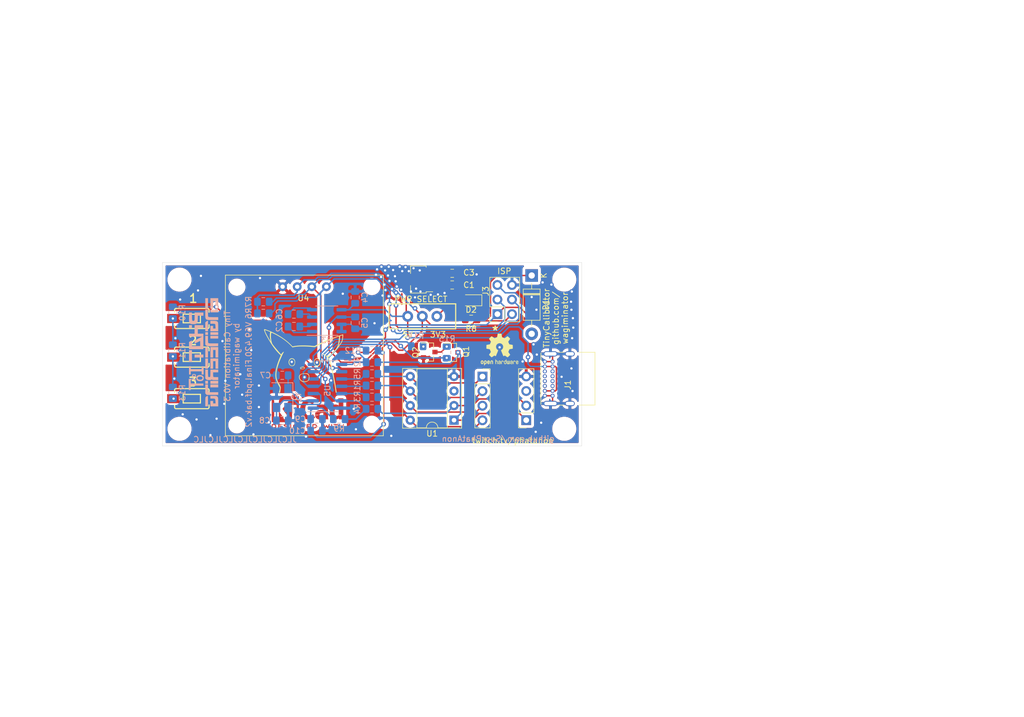
<source format=kicad_pcb>
(kicad_pcb (version 20171130) (host pcbnew 5.1.10)
  (layers (0 F.Cu signal) (31 B.Cu signal) (34 B.Paste user) (35 F.Paste user) (36 B.SilkS user) (37 F.SilkS user) (38 B.Mask user) (39 F.Mask user) (44 Edge.Cuts user))
  (net 0 "")
  (net 1 +5V)
  (net 2 GND)
  (net 3 "Net-(C2-Pad2)")
  (net 4 "Net-(C2-Pad1)")
  (net 5 "Net-(C3-Pad2)")
  (net 6 +12V)
  (net 7 "Net-(C6-Pad2)")
  (net 8 "Net-(C6-Pad1)")
  (net 9 /XTAL1)
  (net 10 /XTAL2)
  (net 11 VCC)
  (net 12 /PA5)
  (net 13 "Net-(D2-Pad2)")
  (net 14 "Net-(J1-PadB6)")
  (net 15 "Net-(J1-PadB5)")
  (net 16 "Net-(J1-PadB8)")
  (net 17 "Net-(J1-PadB7)")
  (net 18 "Net-(J1-PadA8)")
  (net 19 "Net-(J1-PadA7)")
  (net 20 "Net-(J1-PadA6)")
  (net 21 "Net-(J1-PadA5)")
  (net 22 /RESET)
  (net 23 /MOSI)
  (net 24 /SCK)
  (net 25 /RST)
  (net 26 "Net-(Q1-Pad1)")
  (net 27 "Net-(Q2-Pad1)")
  (net 28 /SII)
  (net 29 /PA2)
  (net 30 /SDO)
  (net 31 /PA1)
  (net 32 /SCI)
  (net 33 /PA0)
  (net 34 /SDI)
  (net 35 /PA3)
  (net 36 "Net-(R10-Pad1)")
  (net 37 "Net-(R11-Pad1)")
  (net 38 "Net-(R13-Pad1)")
  (net 39 /PA7)
  (net 40 /TGTVCC)
  (net 41 "Net-(U1-Pad3)")
  (net 42 "Net-(J2-Pad3)")
  (module Package_TO_SOT_SMD:SOT-23 (layer F.Cu) (at 147.447 94.6785)
    (fp_text reference Q1 (at 2.413 -0.127 90) (layer F.SilkS))
    (fp_text value AO3401A)
    (pad 3 smd rect (at 1 0) (size 0.9 0.8) (layers F.Cu F.Paste F.Mask) (net 25 /RST))
    (pad 2 smd rect (at -1 0.95) (size 0.9 0.8) (layers F.Cu F.Paste F.Mask) (net 6 +12V))
    (pad 1 smd rect (at -1 -0.95) (size 0.9 0.8) (layers F.Cu F.Paste F.Mask) (net 26 "Net-(Q1-Pad1)"))
  )
  (module Package_DIP:DIP-8_W7.62mm_Socket (layer F.Cu) (at 147.7645 106.4895 180)
    (fp_text reference U1 (at 3.81 -2.33) (layer F.SilkS))
    (fp_text value "DIP-8 SOCKET")
    (pad 8 thru_hole oval (at 7.62 0 180) (size 1.6 1.6) (drill 0.8) (layers *.Cu *.Mask) (net 40 /TGTVCC))
    (pad 4 thru_hole oval (at 0 7.62 180) (size 1.6 1.6) (drill 0.8) (layers *.Cu *.Mask) (net 2 GND))
    (pad 7 thru_hole oval (at 7.62 2.54 180) (size 1.6 1.6) (drill 0.8) (layers *.Cu *.Mask) (net 30 /SDO))
    (pad 3 thru_hole oval (at 0 5.08 180) (size 1.6 1.6) (drill 0.8) (layers *.Cu *.Mask) (net 41 "Net-(U1-Pad3)"))
    (pad 6 thru_hole oval (at 7.62 5.08 180) (size 1.6 1.6) (drill 0.8) (layers *.Cu *.Mask) (net 28 /SII))
    (pad 2 thru_hole oval (at 0 2.54 180) (size 1.6 1.6) (drill 0.8) (layers *.Cu *.Mask) (net 32 /SCI))
    (pad 5 thru_hole oval (at 7.62 7.62 180) (size 1.6 1.6) (drill 0.8) (layers *.Cu *.Mask) (net 34 /SDI))
    (pad 1 thru_hole rect (at 0 0 180) (size 1.6 1.6) (drill 0.8) (layers *.Cu *.Mask) (net 25 /RST))
  )
  (module Connector_PinSocket_2.54mm:PinSocket_1x04_P2.54mm_Vertical (layer F.Cu) (at 152.7175 98.8895)
    (fp_text reference J4 hide)
    (fp_text value Conn_01x04_Female)
    (pad 4 thru_hole oval (at 0 7.62) (size 1.7 1.7) (drill 1) (layers *.Cu *.Mask) (net 40 /TGTVCC))
    (pad 3 thru_hole oval (at 0 5.08) (size 1.7 1.7) (drill 1) (layers *.Cu *.Mask) (net 30 /SDO))
    (pad 2 thru_hole oval (at 0 2.54) (size 1.7 1.7) (drill 1) (layers *.Cu *.Mask) (net 28 /SII))
    (pad 1 thru_hole rect (at 0 0) (size 1.7 1.7) (drill 1) (layers *.Cu *.Mask) (net 34 /SDI))
  )
  (module Connector_PinSocket_2.54mm:PinSocket_1x04_P2.54mm_Vertical (layer F.Cu) (at 160.3375 106.4895 180)
    (fp_text reference J2 hide)
    (fp_text value Conn_01x04_Female)
    (pad 4 thru_hole oval (at 0 7.62 180) (size 1.7 1.7) (drill 1) (layers *.Cu *.Mask) (net 2 GND))
    (pad 3 thru_hole oval (at 0 5.08 180) (size 1.7 1.7) (drill 1) (layers *.Cu *.Mask) (net 42 "Net-(J2-Pad3)"))
    (pad 2 thru_hole oval (at 0 2.54 180) (size 1.7 1.7) (drill 1) (layers *.Cu *.Mask) (net 32 /SCI))
    (pad 1 thru_hole rect (at 0 0 180) (size 1.7 1.7) (drill 1) (layers *.Cu *.Mask) (net 25 /RST))
  )
  (module Diode_THT:D_DO-41_SOD81_P10.16mm_Horizontal (layer F.Cu) (at 161.29 81.28 270)
    (fp_text reference D1 (at 5.08 -2.47 90) (layer F.SilkS))
    (fp_text value 5817)
    (fp_text user K (at 0 -2.1 90) (layer F.SilkS))
    (pad 2 thru_hole oval (at 10.16 0 270) (size 2.2 2.2) (drill 1.1) (layers *.Cu *.Mask) (net 12 /PA5))
    (pad 1 thru_hole rect (at 0 0 270) (size 2.2 2.2) (drill 1.1) (layers *.Cu *.Mask) (net 11 VCC))
  )
  (module MountingHole:MountingHole_3.2mm_M3 (layer F.Cu) (at 166.9645 107.994)
    (fp_text reference REF** hide)
    (fp_text value MountingHole_3.2mm_M3)
    (pad 1 np_thru_hole circle (at 0 0) (size 3.2 3.2) (drill 3.2) (layers *.Cu *.Mask))
  )
  (module MountingHole:MountingHole_3.2mm_M3 (layer F.Cu) (at 166.9645 81.994)
    (fp_text reference REF** hide)
    (fp_text value MountingHole_3.2mm_M3)
    (pad 1 np_thru_hole circle (at 0 0) (size 3.2 3.2) (drill 3.2) (layers *.Cu *.Mask))
  )
  (module MountingHole:MountingHole_3.2mm_M3 (layer F.Cu) (at 99.9645 107.994)
    (fp_text reference REF** hide)
    (fp_text value MountingHole_3.2mm_M3)
    (pad 1 np_thru_hole circle (at 0 0) (size 3.2 3.2) (drill 3.2) (layers *.Cu *.Mask))
  )
  (module MountingHole:MountingHole_3.2mm_M3 (layer F.Cu) (at 99.9645 81.994)
    (fp_text reference REF** hide)
    (fp_text value MountingHole_3.2mm_M3)
    (pad 1 np_thru_hole circle (at 0 0) (size 3.2 3.2) (drill 3.2) (layers *.Cu *.Mask))
  )
  (module Symbol:OSHW-Logo2_7.3x6mm_SilkScreen (layer F.Cu) (at 155.702 94.1705)
    (fp_text reference REF** hide)
    (fp_text value OSHW-Logo2_7.3x6mm_SilkScreen hide)
  )
  (module Symbol:KiCad-Logo2_5mm_Copper (layer F.Cu) (at 122.301 104.902)
    (fp_text reference REF** hide)
    (fp_text value KiCad-Logo2_5mm_Copper hide)
    (fp_poly (pts (xy 6.228823 2.274533) (xy 6.260202 2.296776) (xy 6.287911 2.324485) (xy 6.287911 2.63392) (xy 6.287838 2.725799) (xy 6.287495 2.79784) (xy 6.286692 2.85278) (xy 6.285241 2.89336) (xy 6.282952 2.922317) (xy 6.279636 2.942391) (xy 6.275105 2.956321) (xy 6.269169 2.966845) (xy 6.264514 2.9731) (xy 6.233783 2.997673) (xy 6.198496 3.000341) (xy 6.166245 2.985271) (xy 6.155588 2.976374) (xy 6.148464 2.964557) (xy 6.144167 2.945526) (xy 6.141991 2.914992) (xy 6.141228 2.868662) (xy 6.141155 2.832871) (xy 6.141155 2.698045) (xy 5.644444 2.698045) (xy 5.644444 2.8207) (xy 5.643931 2.876787) (xy 5.641876 2.915333) (xy 5.637508 2.941361) (xy 5.630056 2.959897) (xy 5.621047 2.9731) (xy 5.590144 2.997604) (xy 5.555196 3.000506) (xy 5.521738 2.983089) (xy 5.512604 2.973959) (xy 5.506152 2.961855) (xy 5.501897 2.943001) (xy 5.499352 2.91362) (xy 5.498029 2.869937) (xy 5.497443 2.808175) (xy 5.497375 2.794) (xy 5.496891 2.677631) (xy 5.496641 2.581727) (xy 5.496723 2.504177) (xy 5.497231 2.442869) (xy 5.498262 2.39569) (xy 5.499913 2.36053) (xy 5.502279 2.335276) (xy 5.505457 2.317817) (xy 5.509544 2.306041) (xy 5.514634 2.297835) (xy 5.520266 2.291645) (xy 5.552128 2.271844) (xy 5.585357 2.274533) (xy 5.616735 2.296776) (xy 5.629433 2.311126) (xy 5.637526 2.326978) (xy 5.642042 2.349554) (xy 5.644006 2.384078) (xy 5.644444 2.435776) (xy 5.644444 2.551289) (xy 6.141155 2.551289) (xy 6.141155 2.432756) (xy 6.141662 2.378148) (xy 6.143698 2.341275) (xy 6.148035 2.317307) (xy 6.155447 2.301415) (xy 6.163733 2.291645) (xy 6.195594 2.271844) (xy 6.228823 2.274533)) (layer F.Cu) (width 0.01))
    (fp_poly (pts (xy 4.963065 2.269163) (xy 5.041772 2.269542) (xy 5.102863 2.270333) (xy 5.148817 2.27167) (xy 5.182114 2.273683) (xy 5.205236 2.276506) (xy 5.220662 2.280269) (xy 5.230871 2.285105) (xy 5.235813 2.288822) (xy 5.261457 2.321358) (xy 5.264559 2.355138) (xy 5.248711 2.385826) (xy 5.238348 2.398089) (xy 5.227196 2.40645) (xy 5.211035 2.411657) (xy 5.185642 2.414457) (xy 5.146798 2.415596) (xy 5.09028 2.415821) (xy 5.07918 2.415822) (xy 4.933244 2.415822) (xy 4.933244 2.686756) (xy 4.933148 2.772154) (xy 4.932711 2.837864) (xy 4.931712 2.886774) (xy 4.929928 2.921773) (xy 4.927137 2.945749) (xy 4.923117 2.961593) (xy 4.917645 2.972191) (xy 4.910666 2.980267) (xy 4.877734 3.000112) (xy 4.843354 2.998548) (xy 4.812176 2.975906) (xy 4.809886 2.9731) (xy 4.802429 2.962492) (xy 4.796747 2.950081) (xy 4.792601 2.93285) (xy 4.78975 2.907784) (xy 4.787954 2.871867) (xy 4.786972 2.822083) (xy 4.786564 2.755417) (xy 4.786489 2.679589) (xy 4.786489 2.415822) (xy 4.647127 2.415822) (xy 4.587322 2.415418) (xy 4.545918 2.41384) (xy 4.518748 2.410547) (xy 4.501646 2.404992) (xy 4.490443 2.396631) (xy 4.489083 2.395178) (xy 4.472725 2.361939) (xy 4.474172 2.324362) (xy 4.492978 2.291645) (xy 4.50025 2.285298) (xy 4.509627 2.280266) (xy 4.523609 2.276396) (xy 4.544696 2.273537) (xy 4.575389 2.271535) (xy 4.618189 2.270239) (xy 4.675595 2.269498) (xy 4.75011 2.269158) (xy 4.844233 2.269068) (xy 4.86426 2.269067) (xy 4.963065 2.269163)) (layer F.Cu) (width 0.01))
    (fp_poly (pts (xy 4.188614 2.275877) (xy 4.212327 2.290647) (xy 4.238978 2.312227) (xy 4.238978 2.633773) (xy 4.238893 2.72783) (xy 4.238529 2.801932) (xy 4.237724 2.858704) (xy 4.236313 2.900768) (xy 4.234133 2.930748) (xy 4.231021 2.951267) (xy 4.226814 2.964949) (xy 4.221348 2.974416) (xy 4.217472 2.979082) (xy 4.186034 2.999575) (xy 4.150233 2.998739) (xy 4.118873 2.981264) (xy 4.092222 2.959684) (xy 4.092222 2.312227) (xy 4.118873 2.290647) (xy 4.144594 2.274949) (xy 4.1656 2.269067) (xy 4.188614 2.275877)) (layer F.Cu) (width 0.01))
    (fp_poly (pts (xy 3.744665 2.271034) (xy 3.764255 2.278035) (xy 3.76501 2.278377) (xy 3.791613 2.298678) (xy 3.80627 2.319561) (xy 3.809138 2.329352) (xy 3.808996 2.342361) (xy 3.804961 2.360895) (xy 3.796146 2.387257) (xy 3.781669 2.423752) (xy 3.760645 2.472687) (xy 3.732188 2.536365) (xy 3.695415 2.617093) (xy 3.675175 2.661216) (xy 3.638625 2.739985) (xy 3.604315 2.812423) (xy 3.573552 2.87588) (xy 3.547648 2.927708) (xy 3.52791 2.965259) (xy 3.51565 2.985884) (xy 3.513224 2.988733) (xy 3.482183 3.001302) (xy 3.447121 2.999619) (xy 3.419 2.984332) (xy 3.417854 2.983089) (xy 3.406668 2.966154) (xy 3.387904 2.93317) (xy 3.363875 2.88838) (xy 3.336897 2.836032) (xy 3.327201 2.816742) (xy 3.254014 2.67015) (xy 3.17424 2.829393) (xy 3.145767 2.884415) (xy 3.11935 2.932132) (xy 3.097148 2.968893) (xy 3.081319 2.991044) (xy 3.075954 2.995741) (xy 3.034257 3.002102) (xy 2.999849 2.988733) (xy 2.989728 2.974446) (xy 2.972214 2.942692) (xy 2.948735 2.896597) (xy 2.92072 2.839285) (xy 2.889599 2.77388) (xy 2.856799 2.703507) (xy 2.82375 2.631291) (xy 2.791881 2.560355) (xy 2.762619 2.493825) (xy 2.737395 2.434826) (xy 2.717636 2.386481) (xy 2.704772 2.351915) (xy 2.700231 2.334253) (xy 2.700277 2.333613) (xy 2.711326 2.311388) (xy 2.73341 2.288753) (xy 2.73471 2.287768) (xy 2.761853 2.272425) (xy 2.786958 2.272574) (xy 2.796368 2.275466) (xy 2.807834 2.281718) (xy 2.82001 2.294014) (xy 2.834357 2.314908) (xy 2.852336 2.346949) (xy 2.875407 2.392688) (xy 2.90503 2.454677) (xy 2.931745 2.511898) (xy 2.96248 2.578226) (xy 2.990021 2.637874) (xy 3.012938 2.687725) (xy 3.029798 2.724664) (xy 3.039173 2.745573) (xy 3.04054 2.748845) (xy 3.046689 2.743497) (xy 3.060822 2.721109) (xy 3.081057 2.684946) (xy 3.105515 2.638277) (xy 3.115248 2.619022) (xy 3.148217 2.554004) (xy 3.173643 2.506654) (xy 3.193612 2.474219) (xy 3.21021 2.453946) (xy 3.225524 2.443082) (xy 3.24164 2.438875) (xy 3.252143 2.4384) (xy 3.27067 2.440042) (xy 3.286904 2.446831) (xy 3.303035 2.461566) (xy 3.321251 2.487044) (xy 3.343739 2.526061) (xy 3.372689 2.581414) (xy 3.388662 2.612903) (xy 3.41457 2.663087) (xy 3.437167 2.704704) (xy 3.454458 2.734242) (xy 3.46445 2.748189) (xy 3.465809 2.74877) (xy 3.472261 2.737793) (xy 3.486708 2.70929) (xy 3.507703 2.666244) (xy 3.533797 2.611638) (xy 3.563546 2.548454) (xy 3.57818 2.517071) (xy 3.61625 2.436078) (xy 3.646905 2.373756) (xy 3.671737 2.328071) (xy 3.692337 2.296989) (xy 3.710298 2.278478) (xy 3.72721 2.270504) (xy 3.744665 2.271034)) (layer F.Cu) (width 0.01))
    (fp_poly (pts (xy 1.018309 2.269275) (xy 1.147288 2.273636) (xy 1.256991 2.286861) (xy 1.349226 2.309741) (xy 1.425802 2.34307) (xy 1.488527 2.387638) (xy 1.539212 2.444236) (xy 1.579663 2.513658) (xy 1.580459 2.515351) (xy 1.604601 2.577483) (xy 1.613203 2.632509) (xy 1.606231 2.687887) (xy 1.583654 2.751073) (xy 1.579372 2.760689) (xy 1.550172 2.816966) (xy 1.517356 2.860451) (xy 1.475002 2.897417) (xy 1.41719 2.934135) (xy 1.413831 2.936052) (xy 1.363504 2.960227) (xy 1.306621 2.978282) (xy 1.239527 2.990839) (xy 1.158565 2.998522) (xy 1.060082 3.001953) (xy 1.025286 3.002251) (xy 0.859594 3.002845) (xy 0.836197 2.9731) (xy 0.829257 2.963319) (xy 0.823842 2.951897) (xy 0.819765 2.936095) (xy 0.816837 2.913175) (xy 0.814867 2.880396) (xy 0.814225 2.856089) (xy 0.970844 2.856089) (xy 1.064726 2.856089) (xy 1.119664 2.854483) (xy 1.17606 2.850255) (xy 1.222345 2.844292) (xy 1.225139 2.84379) (xy 1.307348 2.821736) (xy 1.371114 2.7886) (xy 1.418452 2.742847) (xy 1.451382 2.682939) (xy 1.457108 2.667061) (xy 1.462721 2.642333) (xy 1.460291 2.617902) (xy 1.448467 2.5854) (xy 1.44134 2.569434) (xy 1.418 2.527006) (xy 1.38988 2.49724) (xy 1.35894 2.476511) (xy 1.296966 2.449537) (xy 1.217651 2.429998) (xy 1.125253 2.418746) (xy 1.058333 2.41627) (xy 0.970844 2.415822) (xy 0.970844 2.856089) (xy 0.814225 2.856089) (xy 0.813668 2.835021) (xy 0.81305 2.774311) (xy 0.812825 2.695526) (xy 0.8128 2.63392) (xy 0.8128 2.324485) (xy 0.840509 2.296776) (xy 0.852806 2.285544) (xy 0.866103 2.277853) (xy 0.884672 2.27304) (xy 0.912786 2.270446) (xy 0.954717 2.26941) (xy 1.014737 2.26927) (xy 1.018309 2.269275)) (layer F.Cu) (width 0.01))
    (fp_poly (pts (xy 0.230343 2.26926) (xy 0.306701 2.270174) (xy 0.365217 2.272311) (xy 0.408255 2.276175) (xy 0.438183 2.282267) (xy 0.457368 2.29109) (xy 0.468176 2.303146) (xy 0.472973 2.318939) (xy 0.474127 2.33897) (xy 0.474133 2.341335) (xy 0.473131 2.363992) (xy 0.468396 2.381503) (xy 0.457333 2.394574) (xy 0.437348 2.403913) (xy 0.405846 2.410227) (xy 0.360232 2.414222) (xy 0.297913 2.416606) (xy 0.216293 2.418086) (xy 0.191277 2.418414) (xy -0.0508 2.421467) (xy -0.054186 2.486378) (xy -0.057571 2.551289) (xy 0.110576 2.551289) (xy 0.176266 2.551531) (xy 0.223172 2.552556) (xy 0.255083 2.554811) (xy 0.275791 2.558742) (xy 0.289084 2.564798) (xy 0.298755 2.573424) (xy 0.298817 2.573493) (xy 0.316356 2.607112) (xy 0.315722 2.643448) (xy 0.297314 2.674423) (xy 0.293671 2.677607) (xy 0.280741 2.685812) (xy 0.263024 2.691521) (xy 0.23657 2.695162) (xy 0.197432 2.697167) (xy 0.141662 2.697964) (xy 0.105994 2.698045) (xy -0.056445 2.698045) (xy -0.056445 2.856089) (xy 0.190161 2.856089) (xy 0.27158 2.856231) (xy 0.33341 2.856814) (xy 0.378637 2.858068) (xy 0.410248 2.860227) (xy 0.431231 2.863523) (xy 0.444573 2.868189) (xy 0.453261 2.874457) (xy 0.45545 2.876733) (xy 0.471614 2.90828) (xy 0.472797 2.944168) (xy 0.459536 2.975285) (xy 0.449043 2.985271) (xy 0.438129 2.990769) (xy 0.421217 2.995022) (xy 0.395633 2.99818) (xy 0.358701 3.000392) (xy 0.307746 3.001806) (xy 0.240094 3.002572) (xy 0.153069 3.002838) (xy 0.133394 3.002845) (xy 0.044911 3.002787) (xy -0.023773 3.002467) (xy -0.075436 3.001667) (xy -0.112855 3.000167) (xy -0.13881 2.997749) (xy -0.156078 2.994194) (xy -0.167438 2.989282) (xy -0.175668 2.982795) (xy -0.180183 2.978138) (xy -0.186979 2.969889) (xy -0.192288 2.959669) (xy -0.196294 2.9448) (xy -0.199179 2.922602) (xy -0.201126 2.890393) (xy -0.202319 2.845496) (xy -0.202939 2.785228) (xy -0.203171 2.706911) (xy -0.2032 2.640994) (xy -0.203129 2.548628) (xy -0.202792 2.476117) (xy -0.202002 2.420737) (xy -0.200574 2.379765) (xy -0.198321 2.350478) (xy -0.195057 2.330153) (xy -0.190596 2.316066) (xy -0.184752 2.305495) (xy -0.179803 2.298811) (xy -0.156406 2.269067) (xy 0.133774 2.269067) (xy 0.230343 2.26926)) (layer F.Cu) (width 0.01))
    (fp_poly (pts (xy -1.300114 2.273448) (xy -1.276548 2.287273) (xy -1.245735 2.309881) (xy -1.206078 2.342338) (xy -1.15598 2.385708) (xy -1.093843 2.441058) (xy -1.018072 2.509451) (xy -0.931334 2.588084) (xy -0.750711 2.751878) (xy -0.745067 2.532029) (xy -0.743029 2.456351) (xy -0.741063 2.399994) (xy -0.738734 2.359706) (xy -0.735606 2.332235) (xy -0.731245 2.314329) (xy -0.725216 2.302737) (xy -0.717084 2.294208) (xy -0.712772 2.290623) (xy -0.678241 2.27167) (xy -0.645383 2.274441) (xy -0.619318 2.290633) (xy -0.592667 2.312199) (xy -0.589352 2.627151) (xy -0.588435 2.719779) (xy -0.587968 2.792544) (xy -0.588113 2.848161) (xy -0.589032 2.889342) (xy -0.590887 2.918803) (xy -0.593839 2.939255) (xy -0.59805 2.953413) (xy -0.603682 2.963991) (xy -0.609927 2.972474) (xy -0.623439 2.988207) (xy -0.636883 2.998636) (xy -0.652124 3.002639) (xy -0.671026 2.999094) (xy -0.695455 2.986879) (xy -0.727273 2.964871) (xy -0.768348 2.931949) (xy -0.820542 2.886991) (xy -0.885722 2.828875) (xy -0.959556 2.762099) (xy -1.224845 2.521458) (xy -1.230489 2.740589) (xy -1.232531 2.816128) (xy -1.234502 2.872354) (xy -1.236839 2.912524) (xy -1.239981 2.939896) (xy -1.244364 2.957728) (xy -1.250424 2.969279) (xy -1.2586 2.977807) (xy -1.262784 2.981282) (xy -1.299765 3.000372) (xy -1.334708 2.997493) (xy -1.365136 2.9731) (xy -1.372097 2.963286) (xy -1.377523 2.951826) (xy -1.381603 2.935968) (xy -1.384529 2.912963) (xy -1.386492 2.880062) (xy -1.387683 2.834516) (xy -1.388292 2.773573) (xy -1.388511 2.694486) (xy -1.388534 2.635956) (xy -1.38846 2.544407) (xy -1.388113 2.472687) (xy -1.387301 2.418045) (xy -1.385833 2.377732) (xy -1.383519 2.348998) (xy -1.380167 2.329093) (xy -1.375588 2.315268) (xy -1.369589 2.304772) (xy -1.365136 2.298811) (xy -1.35385 2.284691) (xy -1.343301 2.274029) (xy -1.331893 2.267892) (xy -1.31803 2.267343) (xy -1.300114 2.273448)) (layer F.Cu) (width 0.01))
    (fp_poly (pts (xy -1.950081 2.274599) (xy -1.881565 2.286095) (xy -1.828943 2.303967) (xy -1.794708 2.327499) (xy -1.785379 2.340924) (xy -1.775893 2.372148) (xy -1.782277 2.400395) (xy -1.80243 2.427182) (xy -1.833745 2.439713) (xy -1.879183 2.438696) (xy -1.914326 2.431906) (xy -1.992419 2.418971) (xy -2.072226 2.417742) (xy -2.161555 2.428241) (xy -2.186229 2.43269) (xy -2.269291 2.456108) (xy -2.334273 2.490945) (xy -2.380461 2.536604) (xy -2.407145 2.592494) (xy -2.412663 2.621388) (xy -2.409051 2.680012) (xy -2.385729 2.731879) (xy -2.344824 2.775978) (xy -2.288459 2.811299) (xy -2.21876 2.836829) (xy -2.137852 2.851559) (xy -2.04786 2.854478) (xy -1.95091 2.844575) (xy -1.945436 2.843641) (xy -1.906875 2.836459) (xy -1.885494 2.829521) (xy -1.876227 2.819227) (xy -1.874006 2.801976) (xy -1.873956 2.792841) (xy -1.873956 2.754489) (xy -1.942431 2.754489) (xy -2.0029 2.750347) (xy -2.044165 2.737147) (xy -2.068175 2.71373) (xy -2.076877 2.678936) (xy -2.076983 2.674394) (xy -2.071892 2.644654) (xy -2.054433 2.623419) (xy -2.021939 2.609366) (xy -1.971743 2.601173) (xy -1.923123 2.598161) (xy -1.852456 2.596433) (xy -1.801198 2.59907) (xy -1.766239 2.6088) (xy -1.74447 2.628353) (xy -1.73278 2.660456) (xy -1.72806 2.707838) (xy -1.7272 2.770071) (xy -1.728609 2.839535) (xy -1.732848 2.886786) (xy -1.739936 2.912012) (xy -1.741311 2.913988) (xy -1.780228 2.945508) (xy -1.837286 2.97047) (xy -1.908869 2.98834) (xy -1.991358 2.998586) (xy -2.081139 3.000673) (xy -2.174592 2.994068) (xy -2.229556 2.985956) (xy -2.315766 2.961554) (xy -2.395892 2.921662) (xy -2.462977 2.869887) (xy -2.473173 2.859539) (xy -2.506302 2.816035) (xy -2.536194 2.762118) (xy -2.559357 2.705592) (xy -2.572298 2.654259) (xy -2.573858 2.634544) (xy -2.567218 2.593419) (xy -2.549568 2.542252) (xy -2.524297 2.488394) (xy -2.494789 2.439195) (xy -2.468719 2.406334) (xy -2.407765 2.357452) (xy -2.328969 2.318545) (xy -2.235157 2.290494) (xy -2.12915 2.274179) (xy -2.032 2.270192) (xy -1.950081 2.274599)) (layer F.Cu) (width 0.01))
    (fp_poly (pts (xy -2.923822 2.291645) (xy -2.917242 2.299218) (xy -2.912079 2.308987) (xy -2.908164 2.323571) (xy -2.905324 2.345585) (xy -2.903387 2.377648) (xy -2.902183 2.422375) (xy -2.901539 2.482385) (xy -2.901284 2.560294) (xy -2.901245 2.635956) (xy -2.901314 2.729802) (xy -2.901638 2.803689) (xy -2.902386 2.860232) (xy -2.903732 2.902049) (xy -2.905846 2.931757) (xy -2.9089 2.951973) (xy -2.913066 2.965314) (xy -2.918516 2.974398) (xy -2.923822 2.980267) (xy -2.956826 2.999947) (xy -2.991991 2.998181) (xy -3.023455 2.976717) (xy -3.030684 2.968337) (xy -3.036334 2.958614) (xy -3.040599 2.944861) (xy -3.043673 2.924389) (xy -3.045752 2.894512) (xy -3.04703 2.852541) (xy -3.047701 2.795789) (xy -3.047959 2.721567) (xy -3.048 2.637537) (xy -3.048 2.324485) (xy -3.020291 2.296776) (xy -2.986137 2.273463) (xy -2.953006 2.272623) (xy -2.923822 2.291645)) (layer F.Cu) (width 0.01))
    (fp_poly (pts (xy -3.691703 2.270351) (xy -3.616888 2.275581) (xy -3.547306 2.28375) (xy -3.487002 2.29455) (xy -3.44002 2.307673) (xy -3.410406 2.322813) (xy -3.40586 2.327269) (xy -3.390054 2.36185) (xy -3.394847 2.397351) (xy -3.419364 2.427725) (xy -3.420534 2.428596) (xy -3.434954 2.437954) (xy -3.450008 2.442876) (xy -3.471005 2.443473) (xy -3.503257 2.439861) (xy -3.552073 2.432154) (xy -3.556 2.431505) (xy -3.628739 2.422569) (xy -3.707217 2.418161) (xy -3.785927 2.418119) (xy -3.859361 2.422279) (xy -3.922011 2.430479) (xy -3.96837 2.442557) (xy -3.971416 2.443771) (xy -4.005048 2.462615) (xy -4.016864 2.481685) (xy -4.007614 2.500439) (xy -3.978047 2.518337) (xy -3.928911 2.534837) (xy -3.860957 2.549396) (xy -3.815645 2.556406) (xy -3.721456 2.569889) (xy -3.646544 2.582214) (xy -3.587717 2.594449) (xy -3.541785 2.607661) (xy -3.505555 2.622917) (xy -3.475838 2.641285) (xy -3.449442 2.663831) (xy -3.42823 2.685971) (xy -3.403065 2.716819) (xy -3.390681 2.743345) (xy -3.386808 2.776026) (xy -3.386667 2.787995) (xy -3.389576 2.827712) (xy -3.401202 2.857259) (xy -3.421323 2.883486) (xy -3.462216 2.923576) (xy -3.507817 2.954149) (xy -3.561513 2.976203) (xy -3.626692 2.990735) (xy -3.706744 2.998741) (xy -3.805057 3.001218) (xy -3.821289 3.001177) (xy -3.886849 2.999818) (xy -3.951866 2.99673) (xy -4.009252 2.992356) (xy -4.051922 2.98714) (xy -4.055372 2.986541) (xy -4.097796 2.976491) (xy -4.13378 2.963796) (xy -4.15415 2.95219) (xy -4.173107 2.921572) (xy -4.174427 2.885918) (xy -4.158085 2.854144) (xy -4.154429 2.850551) (xy -4.139315 2.839876) (xy -4.120415 2.835276) (xy -4.091162 2.836059) (xy -4.055651 2.840127) (xy -4.01597 2.843762) (xy -3.960345 2.846828) (xy -3.895406 2.849053) (xy -3.827785 2.850164) (xy -3.81 2.850237) (xy -3.742128 2.849964) (xy -3.692454 2.848646) (xy -3.65661 2.845827) (xy -3.630224 2.84105) (xy -3.608926 2.833857) (xy -3.596126 2.827867) (xy -3.568 2.811233) (xy -3.550068 2.796168) (xy -3.547447 2.791897) (xy -3.552976 2.774263) (xy -3.57926 2.757192) (xy -3.624478 2.741458) (xy -3.686808 2.727838) (xy -3.705171 2.724804) (xy -3.80109 2.709738) (xy -3.877641 2.697146) (xy -3.93778 2.686111) (xy -3.98446 2.67572) (xy -4.020637 2.665056) (xy -4.049265 2.653205) (xy -4.073298 2.639251) (xy -4.095692 2.622281) (xy -4.119402 2.601378) (xy -4.12738 2.594049) (xy -4.155353 2.566699) (xy -4.17016 2.545029) (xy -4.175952 2.520232) (xy -4.176889 2.488983) (xy -4.166575 2.427705) (xy -4.135752 2.37564) (xy -4.084595 2.332958) (xy -4.013283 2.299825) (xy -3.9624 2.284964) (xy -3.9071 2.275366) (xy -3.840853 2.269936) (xy -3.767706 2.268367) (xy -3.691703 2.270351)) (layer F.Cu) (width 0.01))
    (fp_poly (pts (xy -4.712794 2.269146) (xy -4.643386 2.269518) (xy -4.590997 2.270385) (xy -4.552847 2.271946) (xy -4.526159 2.274403) (xy -4.508153 2.277957) (xy -4.496049 2.28281) (xy -4.487069 2.289161) (xy -4.483818 2.292084) (xy -4.464043 2.323142) (xy -4.460482 2.358828) (xy -4.473491 2.39051) (xy -4.479506 2.396913) (xy -4.489235 2.403121) (xy -4.504901 2.40791) (xy -4.529408 2.411514) (xy -4.565661 2.414164) (xy -4.616565 2.416095) (xy -4.685026 2.417539) (xy -4.747617 2.418418) (xy -4.995334 2.421467) (xy -4.998719 2.486378) (xy -5.002105 2.551289) (xy -4.833958 2.551289) (xy -4.760959 2.551919) (xy -4.707517 2.554553) (xy -4.670628 2.560309) (xy -4.647288 2.570304) (xy -4.634494 2.585656) (xy -4.629242 2.607482) (xy -4.628445 2.627738) (xy -4.630923 2.652592) (xy -4.640277 2.670906) (xy -4.659383 2.683637) (xy -4.691118 2.691741) (xy -4.738359 2.696176) (xy -4.803983 2.697899) (xy -4.839801 2.698045) (xy -5.000978 2.698045) (xy -5.000978 2.856089) (xy -4.752622 2.856089) (xy -4.671213 2.856202) (xy -4.609342 2.856712) (xy -4.563968 2.85787) (xy -4.532054 2.85993) (xy -4.510559 2.863146) (xy -4.496443 2.867772) (xy -4.486668 2.874059) (xy -4.481689 2.878667) (xy -4.46461 2.90556) (xy -4.459111 2.929467) (xy -4.466963 2.958667) (xy -4.481689 2.980267) (xy -4.489546 2.987066) (xy -4.499688 2.992346) (xy -4.514844 2.996298) (xy -4.537741 2.999113) (xy -4.571109 3.000982) (xy -4.617675 3.002098) (xy -4.680167 3.002651) (xy -4.761314 3.002833) (xy -4.803422 3.002845) (xy -4.893598 3.002765) (xy -4.963924 3.002398) (xy -5.017129 3.001552) (xy -5.05594 3.000036) (xy -5.083087 2.997659) (xy -5.101298 2.994229) (xy -5.1133 2.989554) (xy -5.121822 2.983444) (xy -5.125156 2.980267) (xy -5.131755 2.97267) (xy -5.136927 2.96287) (xy -5.140846 2.948239) (xy -5.143684 2.926152) (xy -5.145615 2.893982) (xy -5.146812 2.849103) (xy -5.147448 2.788889) (xy -5.147697 2.710713) (xy -5.147734 2.637923) (xy -5.1477 2.544707) (xy -5.147465 2.471431) (xy -5.14683 2.415458) (xy -5.145594 2.374151) (xy -5.143556 2.344872) (xy -5.140517 2.324984) (xy -5.136277 2.31185) (xy -5.130635 2.302832) (xy -5.123391 2.295293) (xy -5.121606 2.293612) (xy -5.112945 2.286172) (xy -5.102882 2.280409) (xy -5.088625 2.276112) (xy -5.067383 2.273064) (xy -5.036364 2.271051) (xy -4.992777 2.26986) (xy -4.933831 2.269275) (xy -4.856734 2.269083) (xy -4.802001 2.269067) (xy -4.712794 2.269146)) (layer F.Cu) (width 0.01))
    (fp_poly (pts (xy -6.121371 2.269066) (xy -6.081889 2.269467) (xy -5.9662 2.272259) (xy -5.869311 2.28055) (xy -5.787919 2.295232) (xy -5.718723 2.317193) (xy -5.65842 2.347322) (xy -5.603708 2.38651) (xy -5.584167 2.403532) (xy -5.55175 2.443363) (xy -5.52252 2.497413) (xy -5.499991 2.557323) (xy -5.487679 2.614739) (xy -5.4864 2.635956) (xy -5.494417 2.694769) (xy -5.515899 2.759013) (xy -5.546999 2.819821) (xy -5.583866 2.86833) (xy -5.589854 2.874182) (xy -5.640579 2.915321) (xy -5.696125 2.947435) (xy -5.759696 2.971365) (xy -5.834494 2.987953) (xy -5.923722 2.998041) (xy -6.030582 3.002469) (xy -6.079528 3.002845) (xy -6.141762 3.002545) (xy -6.185528 3.001292) (xy -6.214931 2.998554) (xy -6.234079 2.993801) (xy -6.247077 2.986501) (xy -6.254045 2.980267) (xy -6.260626 2.972694) (xy -6.265788 2.962924) (xy -6.269703 2.94834) (xy -6.272543 2.926326) (xy -6.27448 2.894264) (xy -6.275684 2.849536) (xy -6.276328 2.789526) (xy -6.276583 2.711617) (xy -6.276622 2.635956) (xy -6.27687 2.535041) (xy -6.276817 2.454427) (xy -6.275857 2.415822) (xy -6.129867 2.415822) (xy -6.129867 2.856089) (xy -6.036734 2.856004) (xy -5.980693 2.854396) (xy -5.921999 2.850256) (xy -5.873028 2.844464) (xy -5.871538 2.844226) (xy -5.792392 2.82509) (xy -5.731002 2.795287) (xy -5.684305 2.752878) (xy -5.654635 2.706961) (xy -5.636353 2.656026) (xy -5.637771 2.6082) (xy -5.658988 2.556933) (xy -5.700489 2.503899) (xy -5.757998 2.4646) (xy -5.83275 2.438331) (xy -5.882708 2.429035) (xy -5.939416 2.422507) (xy -5.999519 2.417782) (xy -6.050639 2.415817) (xy -6.053667 2.415808) (xy -6.129867 2.415822) (xy -6.275857 2.415822) (xy -6.27526 2.391851) (xy -6.270998 2.345055) (xy -6.26283 2.311778) (xy -6.249556 2.289759) (xy -6.229974 2.276739) (xy -6.202883 2.270457) (xy -6.167082 2.268653) (xy -6.121371 2.269066)) (layer F.Cu) (width 0.01))
    (fp_poly (pts (xy -2.273043 -2.973429) (xy -2.176768 -2.949191) (xy -2.090184 -2.906359) (xy -2.015373 -2.846581) (xy -1.954418 -2.771506) (xy -1.909399 -2.68278) (xy -1.883136 -2.58647) (xy -1.877286 -2.489205) (xy -1.89214 -2.395346) (xy -1.92584 -2.307489) (xy -1.976528 -2.22823) (xy -2.042345 -2.160164) (xy -2.121434 -2.105888) (xy -2.211934 -2.067998) (xy -2.2632 -2.055574) (xy -2.307698 -2.048053) (xy -2.341999 -2.045081) (xy -2.37496 -2.046906) (xy -2.415434 -2.053775) (xy -2.448531 -2.06075) (xy -2.541947 -2.092259) (xy -2.625619 -2.143383) (xy -2.697665 -2.212571) (xy -2.7562 -2.298272) (xy -2.770148 -2.325511) (xy -2.786586 -2.361878) (xy -2.796894 -2.392418) (xy -2.80246 -2.42455) (xy -2.804669 -2.465693) (xy -2.804948 -2.511778) (xy -2.800861 -2.596135) (xy -2.787446 -2.665414) (xy -2.762256 -2.726039) (xy -2.722846 -2.784433) (xy -2.684298 -2.828698) (xy -2.612406 -2.894516) (xy -2.537313 -2.939947) (xy -2.454562 -2.96715) (xy -2.376928 -2.977424) (xy -2.273043 -2.973429)) (layer F.Cu) (width 0.01))
    (fp_poly (pts (xy 6.186507 -0.527755) (xy 6.186526 -0.293338) (xy 6.186552 -0.080397) (xy 6.186625 0.112168) (xy 6.186782 0.285459) (xy 6.187064 0.440576) (xy 6.187509 0.57862) (xy 6.188156 0.700692) (xy 6.189045 0.807894) (xy 6.190213 0.901326) (xy 6.191701 0.98209) (xy 6.193546 1.051286) (xy 6.195789 1.110015) (xy 6.198469 1.159379) (xy 6.201623 1.200478) (xy 6.205292 1.234413) (xy 6.209513 1.262286) (xy 6.214327 1.285198) (xy 6.219773 1.304249) (xy 6.225888 1.32054) (xy 6.232712 1.335173) (xy 6.240285 1.349249) (xy 6.248645 1.363868) (xy 6.253839 1.372974) (xy 6.288104 1.433689) (xy 5.429955 1.433689) (xy 5.429955 1.337733) (xy 5.429224 1.29437) (xy 5.427272 1.261205) (xy 5.424463 1.243424) (xy 5.423221 1.241778) (xy 5.411799 1.248662) (xy 5.389084 1.266505) (xy 5.366385 1.285879) (xy 5.3118 1.326614) (xy 5.242321 1.367617) (xy 5.16527 1.405123) (xy 5.087965 1.435364) (xy 5.057113 1.445012) (xy 4.988616 1.459578) (xy 4.905764 1.469539) (xy 4.816371 1.474583) (xy 4.728248 1.474396) (xy 4.649207 1.468666) (xy 4.611511 1.462858) (xy 4.473414 1.424797) (xy 4.346113 1.367073) (xy 4.230292 1.290211) (xy 4.126637 1.194739) (xy 4.035833 1.081179) (xy 3.969031 0.970381) (xy 3.914164 0.853625) (xy 3.872163 0.734276) (xy 3.842167 0.608283) (xy 3.823311 0.471594) (xy 3.814732 0.320158) (xy 3.814006 0.242711) (xy 3.8161 0.185934) (xy 4.645217 0.185934) (xy 4.645424 0.279002) (xy 4.648337 0.366692) (xy 4.654 0.443772) (xy 4.662455 0.505009) (xy 4.665038 0.51735) (xy 4.69684 0.624633) (xy 4.738498 0.711658) (xy 4.790363 0.778642) (xy 4.852781 0.825805) (xy 4.9261 0.853365) (xy 5.010669 0.861541) (xy 5.106835 0.850551) (xy 5.170311 0.834829) (xy 5.219454 0.816639) (xy 5.273583 0.790791) (xy 5.314244 0.767089) (xy 5.3848 0.720721) (xy 5.3848 -0.42947) (xy 5.317392 -0.473038) (xy 5.238867 -0.51396) (xy 5.154681 -0.540611) (xy 5.069557 -0.552535) (xy 4.988216 -0.549278) (xy 4.91538 -0.530385) (xy 4.883426 -0.514816) (xy 4.825501 -0.471819) (xy 4.776544 -0.415047) (xy 4.73539 -0.342425) (xy 4.700874 -0.251879) (xy 4.671833 -0.141334) (xy 4.670552 -0.135467) (xy 4.660381 -0.073212) (xy 4.652739 0.004594) (xy 4.64767 0.09272) (xy 4.645217 0.185934) (xy 3.8161 0.185934) (xy 3.821857 0.029895) (xy 3.843802 -0.165941) (xy 3.879786 -0.344668) (xy 3.929759 -0.506155) (xy 3.993668 -0.650274) (xy 4.071462 -0.776894) (xy 4.163089 -0.885885) (xy 4.268497 -0.977117) (xy 4.313662 -1.008068) (xy 4.414611 -1.064215) (xy 4.517901 -1.103826) (xy 4.627989 -1.127986) (xy 4.74933 -1.137781) (xy 4.841836 -1.136735) (xy 4.97149 -1.125769) (xy 5.084084 -1.103954) (xy 5.182875 -1.070286) (xy 5.271121 -1.023764) (xy 5.319986 -0.989552) (xy 5.349353 -0.967638) (xy 5.371043 -0.952667) (xy 5.379253 -0.948267) (xy 5.380868 -0.959096) (xy 5.382159 -0.989749) (xy 5.383138 -1.037474) (xy 5.383817 -1.099521) (xy 5.38421 -1.173138) (xy 5.38433 -1.255573) (xy 5.384188 -1.344075) (xy 5.383797 -1.435893) (xy 5.383171 -1.528276) (xy 5.38232 -1.618472) (xy 5.38126 -1.703729) (xy 5.380001 -1.781297) (xy 5.378556 -1.848424) (xy 5.376938 -1.902359) (xy 5.375161 -1.94035) (xy 5.374669 -1.947333) (xy 5.367092 -2.017749) (xy 5.355531 -2.072898) (xy 5.337792 -2.120019) (xy 5.311682 -2.166353) (xy 5.305415 -2.175933) (xy 5.280983 -2.212622) (xy 6.186311 -2.212622) (xy 6.186507 -0.527755)) (layer F.Cu) (width 0.01))
    (fp_poly (pts (xy 2.673574 -1.133448) (xy 2.825492 -1.113433) (xy 2.960756 -1.079798) (xy 3.080239 -1.032275) (xy 3.184815 -0.970595) (xy 3.262424 -0.907035) (xy 3.331265 -0.832901) (xy 3.385006 -0.753129) (xy 3.42791 -0.660909) (xy 3.443384 -0.617839) (xy 3.456244 -0.578858) (xy 3.467446 -0.542711) (xy 3.47712 -0.507566) (xy 3.485396 -0.47159) (xy 3.492403 -0.43295) (xy 3.498272 -0.389815) (xy 3.503131 -0.340351) (xy 3.50711 -0.282727) (xy 3.51034 -0.215109) (xy 3.512949 -0.135666) (xy 3.515067 -0.042564) (xy 3.516824 0.066027) (xy 3.518349 0.191942) (xy 3.519772 0.337012) (xy 3.521025 0.479778) (xy 3.522351 0.635968) (xy 3.523556 0.771239) (xy 3.524766 0.887246) (xy 3.526106 0.985645) (xy 3.5277 1.068093) (xy 3.529675 1.136246) (xy 3.532156 1.19176) (xy 3.535269 1.236292) (xy 3.539138 1.271498) (xy 3.543889 1.299034) (xy 3.549648 1.320556) (xy 3.556539 1.337722) (xy 3.564689 1.352186) (xy 3.574223 1.365606) (xy 3.585266 1.379638) (xy 3.589566 1.385071) (xy 3.605386 1.40791) (xy 3.612422 1.423463) (xy 3.612444 1.423922) (xy 3.601567 1.426121) (xy 3.570582 1.428147) (xy 3.521957 1.429942) (xy 3.458163 1.431451) (xy 3.381669 1.432616) (xy 3.294944 1.43338) (xy 3.200457 1.433686) (xy 3.18955 1.433689) (xy 2.766657 1.433689) (xy 2.763395 1.337622) (xy 2.760133 1.241556) (xy 2.698044 1.292543) (xy 2.600714 1.360057) (xy 2.490813 1.414749) (xy 2.404349 1.444978) (xy 2.335278 1.459666) (xy 2.251925 1.469659) (xy 2.162159 1.474646) (xy 2.073845 1.474313) (xy 1.994851 1.468351) (xy 1.958622 1.462638) (xy 1.818603 1.424776) (xy 1.692178 1.369932) (xy 1.58026 1.298924) (xy 1.483762 1.212568) (xy 1.4036 1.111679) (xy 1.340687 0.997076) (xy 1.296312 0.870984) (xy 1.283978 0.814401) (xy 1.276368 0.752202) (xy 1.272739 0.677363) (xy 1.272245 0.643467) (xy 1.27231 0.640282) (xy 2.032248 0.640282) (xy 2.041541 0.715333) (xy 2.069728 0.77916) (xy 2.118197 0.834798) (xy 2.123254 0.839211) (xy 2.171548 0.874037) (xy 2.223257 0.89662) (xy 2.283989 0.90854) (xy 2.359352 0.911383) (xy 2.377459 0.910978) (xy 2.431278 0.908325) (xy 2.471308 0.902909) (xy 2.506324 0.892745) (xy 2.545103 0.87585) (xy 2.555745 0.870672) (xy 2.616396 0.834844) (xy 2.663215 0.792212) (xy 2.675952 0.776973) (xy 2.720622 0.720462) (xy 2.720622 0.524586) (xy 2.720086 0.445939) (xy 2.718396 0.387988) (xy 2.715428 0.348875) (xy 2.711057 0.326741) (xy 2.706972 0.320274) (xy 2.691047 0.317111) (xy 2.657264 0.314488) (xy 2.61034 0.312655) (xy 2.554993 0.311857) (xy 2.546106 0.311842) (xy 2.42533 0.317096) (xy 2.32266 0.333263) (xy 2.236106 0.360961) (xy 2.163681 0.400808) (xy 2.108751 0.447758) (xy 2.064204 0.505645) (xy 2.03948 0.568693) (xy 2.032248 0.640282) (xy 1.27231 0.640282) (xy 1.274178 0.549712) (xy 1.282522 0.470812) (xy 1.298768 0.39959) (xy 1.324405 0.328864) (xy 1.348401 0.276493) (xy 1.40702 0.181196) (xy 1.485117 0.09317) (xy 1.580315 0.014017) (xy 1.690238 -0.05466) (xy 1.81251 -0.111259) (xy 1.944755 -0.154179) (xy 2.009422 -0.169118) (xy 2.145604 -0.191223) (xy 2.294049 -0.205806) (xy 2.445505 -0.212187) (xy 2.572064 -0.210555) (xy 2.73395 -0.203776) (xy 2.72653 -0.262755) (xy 2.707238 -0.361908) (xy 2.676104 -0.442628) (xy 2.632269 -0.505534) (xy 2.574871 -0.551244) (xy 2.503048 -0.580378) (xy 2.415941 -0.593553) (xy 2.312686 -0.591389) (xy 2.274711 -0.587388) (xy 2.13352 -0.56222) (xy 1.996707 -0.521186) (xy 1.902178 -0.483185) (xy 1.857018 -0.46381) (xy 1.818585 -0.44824) (xy 1.792234 -0.438595) (xy 1.784546 -0.436548) (xy 1.774802 -0.445626) (xy 1.758083 -0.474595) (xy 1.734232 -0.523783) (xy 1.703093 -0.593516) (xy 1.664507 -0.684121) (xy 1.65791 -0.699911) (xy 1.627853 -0.772228) (xy 1.600874 -0.837575) (xy 1.578136 -0.893094) (xy 1.560806 -0.935928) (xy 1.550048 -0.963219) (xy 1.546941 -0.972058) (xy 1.55694 -0.976813) (xy 1.583217 -0.98209) (xy 1.611489 -0.985769) (xy 1.641646 -0.990526) (xy 1.689433 -0.999972) (xy 1.750612 -1.01318) (xy 1.820946 -1.029224) (xy 1.896194 -1.04718) (xy 1.924755 -1.054203) (xy 2.029816 -1.079791) (xy 2.11748 -1.099853) (xy 2.192068 -1.115031) (xy 2.257903 -1.125965) (xy 2.319307 -1.133296) (xy 2.380602 -1.137665) (xy 2.44611 -1.139713) (xy 2.504128 -1.140111) (xy 2.673574 -1.133448)) (layer F.Cu) (width 0.01))
    (fp_poly (pts (xy 0.328429 -2.050929) (xy 0.48857 -2.029755) (xy 0.65251 -1.989615) (xy 0.822313 -1.930111) (xy 1.000043 -1.850846) (xy 1.01131 -1.845301) (xy 1.069005 -1.817275) (xy 1.120552 -1.793198) (xy 1.162191 -1.774751) (xy 1.190162 -1.763614) (xy 1.199733 -1.761067) (xy 1.21895 -1.756059) (xy 1.223561 -1.751853) (xy 1.218458 -1.74142) (xy 1.202418 -1.715132) (xy 1.177288 -1.675743) (xy 1.144914 -1.626009) (xy 1.107143 -1.568685) (xy 1.065822 -1.506524) (xy 1.022798 -1.442282) (xy 0.979917 -1.378715) (xy 0.939026 -1.318575) (xy 0.901971 -1.26462) (xy 0.8706 -1.219603) (xy 0.846759 -1.186279) (xy 0.832294 -1.167403) (xy 0.830309 -1.165213) (xy 0.820191 -1.169862) (xy 0.79785 -1.187038) (xy 0.76728 -1.21356) (xy 0.751536 -1.228036) (xy 0.655047 -1.303318) (xy 0.548336 -1.358759) (xy 0.432832 -1.393859) (xy 0.309962 -1.40812) (xy 0.240561 -1.406949) (xy 0.119423 -1.389788) (xy 0.010205 -1.353906) (xy -0.087418 -1.299041) (xy -0.173772 -1.22493) (xy -0.249185 -1.131312) (xy -0.313982 -1.017924) (xy -0.351399 -0.931333) (xy -0.395252 -0.795634) (xy -0.427572 -0.64815) (xy -0.448443 -0.492686) (xy -0.457949 -0.333044) (xy -0.456173 -0.173027) (xy -0.443197 -0.016439) (xy -0.419106 0.132918) (xy -0.383982 0.27124) (xy -0.337908 0.394724) (xy -0.321627 0.428978) (xy -0.25338 0.543064) (xy -0.172921 0.639557) (xy -0.08143 0.71767) (xy 0.019911 0.776617) (xy 0.12992 0.815612) (xy 0.247415 0.833868) (xy 0.288883 0.835211) (xy 0.410441 0.82429) (xy 0.530878 0.791474) (xy 0.648666 0.737439) (xy 0.762277 0.662865) (xy 0.853685 0.584539) (xy 0.900215 0.540008) (xy 1.081483 0.837271) (xy 1.12658 0.911433) (xy 1.167819 0.979646) (xy 1.203735 1.039459) (xy 1.232866 1.08842) (xy 1.25375 1.124079) (xy 1.264924 1.143984) (xy 1.266375 1.147079) (xy 1.258146 1.156718) (xy 1.232567 1.173999) (xy 1.192873 1.197283) (xy 1.142297 1.224934) (xy 1.084074 1.255315) (xy 1.021437 1.28679) (xy 0.957621 1.317722) (xy 0.89586 1.346473) (xy 0.839388 1.371408) (xy 0.791438 1.390889) (xy 0.767986 1.399318) (xy 0.634221 1.437133) (xy 0.496327 1.462136) (xy 0.348622 1.47514) (xy 0.221833 1.477468) (xy 0.153878 1.476373) (xy 0.088277 1.474275) (xy 0.030847 1.471434) (xy -0.012597 1.468106) (xy -0.026702 1.466422) (xy -0.165716 1.437587) (xy -0.307243 1.392468) (xy -0.444725 1.33375) (xy -0.571606 1.26412) (xy -0.649111 1.211441) (xy -0.776519 1.103239) (xy -0.894822 0.976671) (xy -1.001828 0.834866) (xy -1.095348 0.680951) (xy -1.17319 0.518053) (xy -1.217044 0.400756) (xy -1.267292 0.217128) (xy -1.300791 0.022581) (xy -1.317551 -0.178675) (xy -1.317584 -0.382432) (xy -1.300899 -0.584479) (xy -1.267507 -0.780608) (xy -1.21742 -0.966609) (xy -1.213603 -0.978197) (xy -1.150719 -1.14025) (xy -1.073972 -1.288168) (xy -0.980758 -1.426135) (xy -0.868473 -1.558339) (xy -0.824608 -1.603601) (xy -0.688466 -1.727543) (xy -0.548509 -1.830085) (xy -0.402589 -1.912344) (xy -0.248558 -1.975436) (xy -0.084268 -2.020477) (xy 0.011289 -2.037967) (xy 0.170023 -2.053534) (xy 0.328429 -2.050929)) (layer F.Cu) (width 0.01))
    (fp_poly (pts (xy -2.9464 -2.510946) (xy -2.935535 -2.397007) (xy -2.903918 -2.289384) (xy -2.853015 -2.190385) (xy -2.784293 -2.102316) (xy -2.699219 -2.027484) (xy -2.602232 -1.969616) (xy -2.495964 -1.929995) (xy -2.38895 -1.911427) (xy -2.2833 -1.912566) (xy -2.181125 -1.93207) (xy -2.084534 -1.968594) (xy -1.995638 -2.020795) (xy -1.916546 -2.087327) (xy -1.849369 -2.166848) (xy -1.796217 -2.258013) (xy -1.759199 -2.359477) (xy -1.740427 -2.469898) (xy -1.738489 -2.519794) (xy -1.738489 -2.607733) (xy -1.68656 -2.607733) (xy -1.650253 -2.604889) (xy -1.623355 -2.593089) (xy -1.596249 -2.569351) (xy -1.557867 -2.530969) (xy -1.557867 -0.339398) (xy -1.557876 -0.077261) (xy -1.557908 0.163241) (xy -1.557972 0.383048) (xy -1.558076 0.583101) (xy -1.558227 0.764344) (xy -1.558434 0.927716) (xy -1.558706 1.07416) (xy -1.55905 1.204617) (xy -1.559474 1.320029) (xy -1.559987 1.421338) (xy -1.560597 1.509484) (xy -1.561312 1.58541) (xy -1.56214 1.650057) (xy -1.563089 1.704367) (xy -1.564167 1.74928) (xy -1.565383 1.78574) (xy -1.566745 1.814687) (xy -1.568261 1.837063) (xy -1.569938 1.853809) (xy -1.571786 1.865868) (xy -1.573813 1.87418) (xy -1.576025 1.879687) (xy -1.577108 1.881537) (xy -1.581271 1.888549) (xy -1.584805 1.894996) (xy -1.588635 1.9009) (xy -1.593682 1.906286) (xy -1.600871 1.911178) (xy -1.611123 1.915598) (xy -1.625364 1.919572) (xy -1.644514 1.923121) (xy -1.669499 1.92627) (xy -1.70124 1.929042) (xy -1.740662 1.931461) (xy -1.788686 1.933551) (xy -1.846237 1.935335) (xy -1.914237 1.936837) (xy -1.99361 1.93808) (xy -2.085279 1.939089) (xy -2.190166 1.939885) (xy -2.309196 1.940494) (xy -2.44329 1.940939) (xy -2.593373 1.941243) (xy -2.760367 1.94143) (xy -2.945196 1.941524) (xy -3.148783 1.941548) (xy -3.37205 1.941525) (xy -3.615922 1.94148) (xy -3.881321 1.941437) (xy -3.919704 1.941432) (xy -4.186682 1.941389) (xy -4.432002 1.941318) (xy -4.656583 1.941213) (xy -4.861345 1.941066) (xy -5.047206 1.940869) (xy -5.215088 1.940616) (xy -5.365908 1.9403) (xy -5.500587 1.939913) (xy -5.620044 1.939447) (xy -5.725199 1.938897) (xy -5.816971 1.938253) (xy -5.896279 1.937511) (xy -5.964043 1.936661) (xy -6.021182 1.935697) (xy -6.068617 1.934611) (xy -6.107266 1.933397) (xy -6.138049 1.932047) (xy -6.161885 1.930555) (xy -6.179694 1.928911) (xy -6.192395 1.927111) (xy -6.200908 1.925145) (xy -6.205266 1.923477) (xy -6.213728 1.919906) (xy -6.221497 1.91727) (xy -6.228602 1.914634) (xy -6.235073 1.911062) (xy -6.240939 1.905621) (xy -6.246229 1.897375) (xy -6.250974 1.88539) (xy -6.255202 1.868731) (xy -6.258943 1.846463) (xy -6.262227 1.817652) (xy -6.265083 1.781363) (xy -6.26754 1.736661) (xy -6.269629 1.682611) (xy -6.271378 1.618279) (xy -6.272817 1.54273) (xy -6.273976 1.45503) (xy -6.274883 1.354243) (xy -6.275569 1.239434) (xy -6.276063 1.10967) (xy -6.276395 0.964015) (xy -6.276593 0.801535) (xy -6.276687 0.621295) (xy -6.276708 0.42236) (xy -6.276685 0.203796) (xy -6.276646 -0.035332) (xy -6.276622 -0.29596) (xy -6.276622 -0.338111) (xy -6.276636 -0.601008) (xy -6.276661 -0.842268) (xy -6.276671 -1.062835) (xy -6.276642 -1.263648) (xy -6.276548 -1.445651) (xy -6.276362 -1.609784) (xy -6.276059 -1.756989) (xy -6.275614 -1.888208) (xy -6.275034 -1.998133) (xy -5.972197 -1.998133) (xy -5.932407 -1.940289) (xy -5.921236 -1.924521) (xy -5.911166 -1.910559) (xy -5.902138 -1.897216) (xy -5.894097 -1.883307) (xy -5.886986 -1.867644) (xy -5.880747 -1.849042) (xy -5.875325 -1.826314) (xy -5.870662 -1.798273) (xy -5.866701 -1.763733) (xy -5.863385 -1.721508) (xy -5.860659 -1.670411) (xy -5.858464 -1.609256) (xy -5.856745 -1.536856) (xy -5.855444 -1.452025) (xy -5.854505 -1.353578) (xy -5.85387 -1.240326) (xy -5.853484 -1.111084) (xy -5.853288 -0.964666) (xy -5.853227 -0.799884) (xy -5.853243 -0.615553) (xy -5.85328 -0.410487) (xy -5.853289 -0.287867) (xy -5.853265 -0.070918) (xy -5.853231 0.124642) (xy -5.853243 0.299999) (xy -5.853358 0.456341) (xy -5.85363 0.594857) (xy -5.854118 0.716734) (xy -5.854876 0.82316) (xy -5.855962 0.915322) (xy -5.857431 0.994409) (xy -5.85934 1.061608) (xy -5.861744 1.118107) (xy -5.864701 1.165093) (xy -5.868266 1.203755) (xy -5.872495 1.23528) (xy -5.877446 1.260855) (xy -5.883173 1.28167) (xy -5.889733 1.298911) (xy -5.897183 1.313765) (xy -5.905579 1.327422) (xy -5.914976 1.341069) (xy -5.925432 1.355893) (xy -5.931523 1.364783) (xy -5.970296 1.4224) (xy -5.438732 1.4224) (xy -5.315483 1.422365) (xy -5.212987 1.422215) (xy -5.12942 1.421878) (xy -5.062956 1.421286) (xy -5.011771 1.420367) (xy -4.974041 1.419051) (xy -4.94794 1.417269) (xy -4.931644 1.414951) (xy -4.923328 1.412026) (xy -4.921168 1.408424) (xy -4.923339 1.404075) (xy -4.924535 1.402645) (xy -4.949685 1.365573) (xy -4.975583 1.312772) (xy -4.999192 1.25077) (xy -5.007461 1.224357) (xy -5.012078 1.206416) (xy -5.015979 1.185355) (xy -5.019248 1.159089) (xy -5.021966 1.125532) (xy -5.024215 1.082599) (xy -5.026077 1.028204) (xy -5.027636 0.960262) (xy -5.028972 0.876688) (xy -5.030169 0.775395) (xy -5.031308 0.6543) (xy -5.031685 0.6096) (xy -5.032702 0.484449) (xy -5.03346 0.380082) (xy -5.033903 0.294707) (xy -5.03397 0.226533) (xy -5.033605 0.173765) (xy -5.032748 0.134614) (xy -5.031341 0.107285) (xy -5.029325 0.089986) (xy -5.026643 0.080926) (xy -5.023236 0.078312) (xy -5.019044 0.080351) (xy -5.014571 0.084667) (xy -5.004216 0.097602) (xy -4.982158 0.126676) (xy -4.949957 0.169759) (xy -4.909174 0.224718) (xy -4.86137 0.289423) (xy -4.808105 0.361742) (xy -4.75094 0.439544) (xy -4.691437 0.520698) (xy -4.631155 0.603072) (xy -4.571655 0.684536) (xy -4.514498 0.762957) (xy -4.461245 0.836204) (xy -4.413457 0.902147) (xy -4.372693 0.958654) (xy -4.340516 1.003593) (xy -4.318485 1.034834) (xy -4.313917 1.041466) (xy -4.290996 1.078369) (xy -4.264188 1.126359) (xy -4.238789 1.175897) (xy -4.235568 1.182577) (xy -4.21389 1.230772) (xy -4.201304 1.268334) (xy -4.195574 1.30416) (xy -4.194456 1.3462) (xy -4.19509 1.4224) (xy -3.040651 1.4224) (xy -3.131815 1.328669) (xy -3.178612 1.278775) (xy -3.228899 1.222295) (xy -3.274944 1.168026) (xy -3.295369 1.142673) (xy -3.325807 1.103128) (xy -3.365862 1.049916) (xy -3.414361 0.984667) (xy -3.470135 0.909011) (xy -3.532011 0.824577) (xy -3.598819 0.732994) (xy -3.669387 0.635892) (xy -3.742545 0.534901) (xy -3.817121 0.43165) (xy -3.891944 0.327768) (xy -3.965843 0.224885) (xy -4.037646 0.124631) (xy -4.106184 0.028636) (xy -4.170284 -0.061473) (xy -4.228775 -0.144064) (xy -4.280486 -0.217508) (xy -4.324247 -0.280176) (xy -4.358885 -0.330439) (xy -4.38323 -0.366666) (xy -4.396111 -0.387229) (xy -4.397869 -0.391332) (xy -4.38991 -0.402658) (xy -4.369115 -0.429838) (xy -4.336847 -0.471171) (xy -4.29447 -0.524956) (xy -4.243347 -0.589494) (xy -4.184841 -0.663082) (xy -4.120314 -0.744022) (xy -4.051131 -0.830612) (xy -3.978653 -0.921152) (xy -3.904246 -1.01394) (xy -3.844517 -1.088298) (xy -2.833511 -1.088298) (xy -2.827602 -1.075341) (xy -2.813272 -1.053092) (xy -2.812225 -1.051609) (xy -2.793438 -1.021456) (xy -2.773791 -0.984625) (xy -2.769892 -0.976489) (xy -2.766356 -0.96806) (xy -2.76323 -0.957941) (xy -2.760486 -0.94474) (xy -2.758092 -0.927062) (xy -2.756019 -0.903516) (xy -2.754235 -0.872707) (xy -2.752712 -0.833243) (xy -2.751419 -0.783731) (xy -2.750326 -0.722777) (xy -2.749403 -0.648989) (xy -2.748619 -0.560972) (xy -2.747945 -0.457335) (xy -2.74735 -0.336684) (xy -2.746805 -0.197626) (xy -2.746279 -0.038768) (xy -2.745745 0.140089) (xy -2.745206 0.325207) (xy -2.744772 0.489145) (xy -2.744509 0.633303) (xy -2.744484 0.759079) (xy -2.744765 0.867871) (xy -2.745419 0.961077) (xy -2.746514 1.040097) (xy -2.748118 1.106328) (xy -2.750297 1.16117) (xy -2.753119 1.206021) (xy -2.756651 1.242278) (xy -2.760961 1.271341) (xy -2.766117 1.294609) (xy -2.772185 1.313479) (xy -2.779233 1.329351) (xy -2.787329 1.343622) (xy -2.79654 1.357691) (xy -2.80504 1.370158) (xy -2.822176 1.396452) (xy -2.832322 1.414037) (xy -2.833511 1.417257) (xy -2.822604 1.418334) (xy -2.791411 1.419335) (xy -2.742223 1.420235) (xy -2.677333 1.42101) (xy -2.59903 1.421637) (xy -2.509607 1.422091) (xy -2.411356 1.422349) (xy -2.342445 1.4224) (xy -2.237452 1.42218) (xy -2.14061 1.421548) (xy -2.054107 1.420549) (xy -1.980132 1.419227) (xy -1.920874 1.417626) (xy -1.87852 1.415791) (xy -1.85526 1.413765) (xy -1.851378 1.412493) (xy -1.859076 1.397591) (xy -1.867074 1.38956) (xy -1.880246 1.372434) (xy -1.897485 1.342183) (xy -1.909407 1.317622) (xy -1.936045 1.258711) (xy -1.93912 0.081845) (xy -1.942195 -1.095022) (xy -2.387853 -1.095022) (xy -2.48567 -1.094858) (xy -2.576064 -1.094389) (xy -2.65663 -1.093653) (xy -2.724962 -1.092684) (xy -2.778656 -1.09152) (xy -2.815305 -1.090197) (xy -2.832504 -1.088751) (xy -2.833511 -1.088298) (xy -3.844517 -1.088298) (xy -3.82927 -1.107278) (xy -3.75509 -1.199463) (xy -3.683069 -1.288796) (xy -3.614569 -1.373576) (xy -3.550955 -1.452102) (xy -3.493588 -1.522674) (xy -3.443833 -1.583591) (xy -3.403052 -1.633153) (xy -3.385888 -1.653822) (xy -3.299596 -1.754484) (xy -3.222997 -1.837741) (xy -3.154183 -1.905562) (xy -3.091248 -1.959911) (xy -3.081867 -1.967278) (xy -3.042356 -1.997883) (xy -4.174116 -1.998133) (xy -4.168827 -1.950156) (xy -4.17213 -1.892812) (xy -4.193661 -1.824537) (xy -4.233635 -1.744788) (xy -4.278943 -1.672505) (xy -4.295161 -1.64986) (xy -4.323214 -1.612304) (xy -4.36143 -1.561979) (xy -4.408137 -1.501027) (xy -4.461661 -1.431589) (xy -4.520331 -1.355806) (xy -4.582475 -1.27582) (xy -4.646421 -1.193772) (xy -4.710495 -1.111804) (xy -4.773027 -1.032057) (xy -4.832343 -0.956673) (xy -4.886771 -0.887793) (xy -4.934639 -0.827558) (xy -4.974275 -0.778111) (xy -5.004006 -0.741592) (xy -5.022161 -0.720142) (xy -5.02522 -0.716844) (xy -5.028079 -0.724851) (xy -5.030293 -0.755145) (xy -5.031857 -0.807444) (xy -5.032767 -0.881469) (xy -5.03302 -0.976937) (xy -5.032613 -1.093566) (xy -5.031704 -1.213555) (xy -5.030382 -1.345667) (xy -5.028857 -1.457406) (xy -5.026881 -1.550975) (xy -5.024206 -1.628581) (xy -5.020582 -1.692426) (xy -5.015761 -1.744717) (xy -5.009494 -1.787656) (xy -5.001532 -1.823449) (xy -4.991627 -1.8543) (xy -4.979531 -1.882414) (xy -4.964993 -1.909995) (xy -4.950311 -1.935034) (xy -4.912314 -1.998133) (xy -5.972197 -1.998133) (xy -6.275034 -1.998133) (xy -6.275001 -2.004383) (xy -6.274195 -2.106456) (xy -6.27317 -2.195367) (xy -6.2719 -2.272059) (xy -6.27036 -2.337473) (xy -6.268524 -2.392551) (xy -6.266367 -2.438235) (xy -6.263863 -2.475466) (xy -6.260987 -2.505187) (xy -6.257713 -2.528338) (xy -6.254015 -2.545861) (xy -6.249869 -2.558699) (xy -6.245247 -2.567792) (xy -6.240126 -2.574082) (xy -6.234478 -2.578512) (xy -6.228279 -2.582022) (xy -6.221504 -2.585555) (xy -6.215508 -2.589124) (xy -6.210275 -2.5917) (xy -6.202099 -2.594028) (xy -6.189886 -2.596122) (xy -6.172541 -2.597993) (xy -6.148969 -2.599653) (xy -6.118077 -2.601116) (xy -6.078768 -2.602392) (xy -6.02995 -2.603496) (xy -5.970527 -2.604439) (xy -5.899404 -2.605233) (xy -5.815488 -2.605891) (xy -5.717683 -2.606425) (xy -5.604894 -2.606847) (xy -5.476029 -2.607171) (xy -5.329991 -2.607408) (xy -5.165686 -2.60757) (xy -4.98202 -2.60767) (xy -4.777897 -2.60772) (xy -4.566753 -2.607733) (xy -2.9464 -2.607733) (xy -2.9464 -2.510946)) (layer F.Cu) (width 0.01))
  )
  (module bryan:pika (layer F.Cu) (at 121.539 96.266)
    (fp_text reference G*** hide)
    (fp_text value LOGO hide)
  )
  (module bryan:logo (layer B.Cu) (at 104.5845 95.0595 270)
    (fp_text reference G*** hide)
    (fp_text value LOGO hide)
  )
  (module bryan:I2C_OLED_0.91 (layer F.Cu) (at 121.704 83.3055)
    (fp_text reference U4 (at -0.165 1.9115) (layer F.SilkS))
    (fp_text value 0.91_OLED_I2C)
    (pad "" np_thru_hole circle (at -11.75 0) (size 2 2) (drill 2) (layers *.Cu))
    (pad "" np_thru_hole circle (at -11.75 24) (size 2 2) (drill 2) (layers *.Cu))
    (pad "" np_thru_hole circle (at 11.75 23.9045) (size 2 2) (drill 2) (layers *.Cu))
    (pad "" np_thru_hole circle (at 11.75 -0.0955) (size 2 2) (drill 2) (layers *.Cu))
    (pad 4 thru_hole circle (at 3.8354 -0.0762) (size 1.524 1.524) (drill 0.762) (layers *.Cu *.Mask) (net 23 /MOSI))
    (pad 3 thru_hole circle (at 1.2954 -0.0762) (size 1.524 1.524) (drill 0.762) (layers *.Cu *.Mask) (net 24 /SCK))
    (pad 2 thru_hole circle (at -1.2446 -0.0762) (size 1.524 1.524) (drill 0.762) (layers *.Cu *.Mask) (net 11 VCC))
    (pad 1 thru_hole circle (at -3.7846 -0.0762) (size 1.524 1.524) (drill 0.762) (layers *.Cu *.Mask) (net 2 GND))
  )
  (module Crystal:Crystal_SMD_5032-4Pin_5.0x3.2mm (layer B.Cu) (at 117.856 102.617 270)
    (fp_text reference Y1 (at -0.128 -2.794 270) (layer B.SilkS) (effects (justify mirror)))
    (fp_text value 12Mhz)
    (pad 4 smd rect (at -1.65 1 270) (size 1.6 1.3) (layers B.Cu B.Paste B.Mask) (net 2 GND))
    (pad 3 smd rect (at 1.65 1 270) (size 1.6 1.3) (layers B.Cu B.Paste B.Mask) (net 10 /XTAL2))
    (pad 2 smd rect (at 1.65 -1 270) (size 1.6 1.3) (layers B.Cu B.Paste B.Mask) (net 2 GND))
    (pad 1 smd rect (at -1.65 -1 270) (size 1.6 1.3) (layers B.Cu B.Paste B.Mask) (net 9 /XTAL1))
  )
  (module Package_SO:SOIC-14_3.9x8.7mm_P1.27mm (layer B.Cu) (at 125.73 100.584)
    (fp_text reference U5 (at 0 0.762 90) (layer B.SilkS) (effects (justify mirror)))
    (fp_text value ATtiny84-20SSU)
    (pad 14 smd roundrect (at 2.475 3.81) (size 1.95 0.6) (layers B.Cu B.Paste B.Mask) (net 2 GND))
    (pad 13 smd roundrect (at 2.475 2.54) (size 1.95 0.6) (layers B.Cu B.Paste B.Mask) (net 33 /PA0))
    (pad 12 smd roundrect (at 2.475 1.27) (size 1.95 0.6) (layers B.Cu B.Paste B.Mask) (net 31 /PA1))
    (pad 11 smd roundrect (at 2.475 0) (size 1.95 0.6) (layers B.Cu B.Paste B.Mask) (net 29 /PA2))
    (pad 10 smd roundrect (at 2.475 -1.27) (size 1.95 0.6) (layers B.Cu B.Paste B.Mask) (net 35 /PA3))
    (pad 9 smd roundrect (at 2.475 -2.54) (size 1.95 0.6) (layers B.Cu B.Paste B.Mask) (net 24 /SCK))
    (pad 8 smd roundrect (at 2.475 -3.81) (size 1.95 0.6) (layers B.Cu B.Paste B.Mask) (net 12 /PA5))
    (pad 7 smd roundrect (at -2.475 -3.81) (size 1.95 0.6) (layers B.Cu B.Paste B.Mask) (net 23 /MOSI))
    (pad 6 smd roundrect (at -2.475 -2.54) (size 1.95 0.6) (layers B.Cu B.Paste B.Mask) (net 39 /PA7))
    (pad 5 smd roundrect (at -2.475 -1.27) (size 1.95 0.6) (layers B.Cu B.Paste B.Mask) (net 40 /TGTVCC))
    (pad 4 smd roundrect (at -2.475 0) (size 1.95 0.6) (layers B.Cu B.Paste B.Mask) (net 22 /RESET))
    (pad 3 smd roundrect (at -2.475 1.27) (size 1.95 0.6) (layers B.Cu B.Paste B.Mask) (net 10 /XTAL2))
    (pad 2 smd roundrect (at -2.475 2.54) (size 1.95 0.6) (layers B.Cu B.Paste B.Mask) (net 9 /XTAL1))
    (pad 1 smd roundrect (at -2.475 3.81) (size 1.95 0.6) (layers B.Cu B.Paste B.Mask) (net 11 VCC))
  )
  (module Package_SO:SO-8_3.9x4.9mm_P1.27mm (layer B.Cu) (at 125.603 89.154)
    (fp_text reference U3 (at 0 3.4) (layer B.SilkS) (effects (justify mirror)))
    (fp_text value LTC1262)
    (pad 8 smd roundrect (at 2.575 1.905) (size 1.75 0.6) (layers B.Cu B.Paste B.Mask) (net 2 GND))
    (pad 7 smd roundrect (at 2.575 0.635) (size 1.75 0.6) (layers B.Cu B.Paste B.Mask) (net 2 GND))
    (pad 6 smd roundrect (at 2.575 -0.635) (size 1.75 0.6) (layers B.Cu B.Paste B.Mask) (net 6 +12V))
    (pad 5 smd roundrect (at 2.575 -1.905) (size 1.75 0.6) (layers B.Cu B.Paste B.Mask) (net 1 +5V))
    (pad 4 smd roundrect (at -2.575 -1.905) (size 1.75 0.6) (layers B.Cu B.Paste B.Mask) (net 7 "Net-(C6-Pad2)"))
    (pad 3 smd roundrect (at -2.575 -0.635) (size 1.75 0.6) (layers B.Cu B.Paste B.Mask) (net 8 "Net-(C6-Pad1)"))
    (pad 2 smd roundrect (at -2.575 0.635) (size 1.75 0.6) (layers B.Cu B.Paste B.Mask) (net 4 "Net-(C2-Pad1)"))
    (pad 1 smd roundrect (at -2.575 1.905) (size 1.75 0.6) (layers B.Cu B.Paste B.Mask) (net 3 "Net-(C2-Pad2)"))
  )
  (module Package_TO_SOT_SMD:SOT-89-3_Handsoldering (layer F.Cu) (at 141.859 81.9785 180)
    (fp_text reference U2 hide)
    (fp_text value HT7333-A)
    (pad 2 smd custom (at -2.0625 0 180) (size 2.475 0.9) (layers F.Cu F.Paste F.Mask) (net 1 +5V) (options (clearance outline) (anchor rect)) (primitives (gr_poly (pts (xy 1.2375 -0.8665) (xy 5.3625 -0.8665) (xy 5.3625 0.8665) (xy 1.2375 0.8665)) (width 0))))
    (pad 3 smd rect (at -2.15 1.5 180) (size 2.3 0.9) (layers F.Cu F.Paste F.Mask) (net 5 "Net-(C3-Pad2)"))
    (pad 1 smd rect (at -2.15 -1.5 180) (size 2.3 0.9) (layers F.Cu F.Paste F.Mask) (net 2 GND))
  )
  (module Switches:TACTILE_SWITCH_SMD_6.0X3.5MM (layer F.Cu) (at 102.108 102.743)
    (fp_text reference SW4 hide)
    (fp_text value SW_SPST hide)
    (fp_text user 3 (at 0.1905 -2.921) (layer F.SilkS) (effects (font (size 1.5 1.5) (thickness 0.25))))
    (pad 2 smd rect (at 3.1496 0 180) (size 2.2987 1.59766) (layers F.Cu F.Paste F.Mask) (net 2 GND))
    (pad 1 smd rect (at -3.1496 0 180) (size 2.2987 1.59766) (layers F.Cu F.Paste F.Mask) (net 38 "Net-(R13-Pad1)"))
  )
  (module Switches:TACTILE_SWITCH_SMD_6.0X3.5MM (layer F.Cu) (at 102.108 95.504)
    (fp_text reference SW3 hide)
    (fp_text value SW_SPST hide)
    (fp_text user 2 (at 0.1905 -2.8575) (layer F.SilkS) (effects (font (size 1.5 1.5) (thickness 0.25))))
    (pad 2 smd rect (at 3.1496 0 180) (size 2.2987 1.59766) (layers F.Cu F.Paste F.Mask) (net 2 GND))
    (pad 1 smd rect (at -3.1496 0 180) (size 2.2987 1.59766) (layers F.Cu F.Paste F.Mask) (net 37 "Net-(R11-Pad1)"))
  )
  (module Switches:TACTILE_SWITCH_SMD_6.0X3.5MM (layer F.Cu) (at 102.108 88.773)
    (fp_text reference SW2 hide)
    (fp_text value SW_SPST hide)
    (fp_text user 1 (at 0.254 -3.4925) (layer F.SilkS) (effects (font (size 1.5 1.5) (thickness 0.25))))
    (pad 2 smd rect (at 3.1496 0 180) (size 2.2987 1.59766) (layers F.Cu F.Paste F.Mask) (net 2 GND))
    (pad 1 smd rect (at -3.1496 0 180) (size 2.2987 1.59766) (layers F.Cu F.Paste F.Mask) (net 36 "Net-(R10-Pad1)"))
  )
  (module Switches:SWITCH_SPDT_PTH_11.6X4.0MM (layer F.Cu) (at 142.24 88.392 270)
    (fp_text reference SW1 hide)
    (fp_text value PWRSLCT hide)
    (fp_text user 3V3 (at 3.175 -2.7305) (layer F.SilkS))
    (fp_text user 5V (at 3.175 2.54) (layer F.SilkS))
    (fp_text user "PWR SELECT" (at -2.9845 0.254) (layer F.SilkS))
    (pad 3 thru_hole circle (at 0 2.54 270) (size 1.8796 1.8796) (drill 1.016) (layers *.Cu *.Mask) (net 1 +5V))
    (pad 2 thru_hole circle (at 0 0 270) (size 1.8796 1.8796) (drill 1.016) (layers *.Cu *.Mask) (net 11 VCC))
    (pad 1 thru_hole circle (at 0 -2.54 270) (size 1.8796 1.8796) (drill 1.016) (layers *.Cu *.Mask) (net 5 "Net-(C3-Pad2)"))
  )
  (module Resistor_SMD:R_0805_2012Metric_Pad1.15x1.40mm_HandSolder (layer B.Cu) (at 146.4945 94.6785 270)
    (fp_text reference R15 (at -2.3495 -0.0635 180) (layer B.SilkS) (effects (justify mirror)))
    (fp_text value "10K Ohm")
    (pad 2 smd roundrect (at 1.025 0 270) (size 1.15 1.4) (layers B.Cu B.Paste B.Mask) (roundrect_rratio 0.217391) (net 6 +12V))
    (pad 1 smd roundrect (at -1.025 0 270) (size 1.15 1.4) (layers B.Cu B.Paste B.Mask) (roundrect_rratio 0.217391) (net 26 "Net-(Q1-Pad1)"))
  )
  (module Resistor_SMD:R_0805_2012Metric_Pad1.15x1.40mm_HandSolder (layer B.Cu) (at 141.351 93.599 180)
    (fp_text reference R14 (at 0.254 1.778 180) (layer B.SilkS) (effects (justify mirror)))
    (fp_text value "1K Ohm")
    (pad 2 smd roundrect (at 1.025 0 180) (size 1.15 1.4) (layers B.Cu B.Paste B.Mask) (roundrect_rratio 0.217391) (net 39 /PA7))
    (pad 1 smd roundrect (at -1.025 0 180) (size 1.15 1.4) (layers B.Cu B.Paste B.Mask) (roundrect_rratio 0.217391) (net 27 "Net-(Q2-Pad1)"))
  )
  (module Resistor_SMD:R_0805_2012Metric_Pad1.15x1.40mm_HandSolder (layer B.Cu) (at 98.806 101.727 90)
    (fp_text reference R13 (at 0 1.65 270) (layer B.SilkS) (effects (justify mirror)))
    (fp_text value "10K Ohm")
    (pad 2 smd roundrect (at 1.025 0 90) (size 1.15 1.4) (layers B.Cu B.Paste B.Mask) (roundrect_rratio 0.217391) (net 37 "Net-(R11-Pad1)"))
    (pad 1 smd roundrect (at -1.025 0 90) (size 1.15 1.4) (layers B.Cu B.Paste B.Mask) (roundrect_rratio 0.217391) (net 38 "Net-(R13-Pad1)"))
  )
  (module Resistor_SMD:R_0805_2012Metric_Pad1.15x1.40mm_HandSolder (layer B.Cu) (at 133.477 94.361)
    (fp_text reference R12 (at -3.302 0 180) (layer B.SilkS) (effects (justify mirror)))
    (fp_text value "10K Ohm")
    (pad 2 smd roundrect (at 1.025 0) (size 1.15 1.4) (layers B.Cu B.Paste B.Mask) (roundrect_rratio 0.217391) (net 11 VCC))
    (pad 1 smd roundrect (at -1.025 0) (size 1.15 1.4) (layers B.Cu B.Paste B.Mask) (roundrect_rratio 0.217391) (net 22 /RESET))
  )
  (module Resistor_SMD:R_0805_2012Metric_Pad1.15x1.40mm_HandSolder (layer B.Cu) (at 98.806 94.352 90)
    (fp_text reference R11 (at 0 1.65 270) (layer B.SilkS) (effects (justify mirror)))
    (fp_text value "10K Ohm")
    (pad 2 smd roundrect (at 1.025 0 90) (size 1.15 1.4) (layers B.Cu B.Paste B.Mask) (roundrect_rratio 0.217391) (net 36 "Net-(R10-Pad1)"))
    (pad 1 smd roundrect (at -1.025 0 90) (size 1.15 1.4) (layers B.Cu B.Paste B.Mask) (roundrect_rratio 0.217391) (net 37 "Net-(R11-Pad1)"))
  )
  (module Resistor_SMD:R_0805_2012Metric_Pad1.15x1.40mm_HandSolder (layer B.Cu) (at 98.806 87.757 90)
    (fp_text reference R10 (at 0 1.65 90) (layer B.SilkS) (effects (justify mirror)))
    (fp_text value "10K Ohm")
    (pad 2 smd roundrect (at 1.025 0 90) (size 1.15 1.4) (layers B.Cu B.Paste B.Mask) (roundrect_rratio 0.217391) (net 33 /PA0))
    (pad 1 smd roundrect (at -1.025 0 90) (size 1.15 1.4) (layers B.Cu B.Paste B.Mask) (roundrect_rratio 0.217391) (net 36 "Net-(R10-Pad1)"))
  )
  (module Resistor_SMD:R_0805_2012Metric_Pad1.15x1.40mm_HandSolder (layer B.Cu) (at 127.762 106.299)
    (fp_text reference R9 (at 0 1.65) (layer B.SilkS) (effects (justify mirror)))
    (fp_text value "10K Ohm")
    (pad 2 smd roundrect (at 1.025 0) (size 1.15 1.4) (layers B.Cu B.Paste B.Mask) (roundrect_rratio 0.217391) (net 33 /PA0))
    (pad 1 smd roundrect (at -1.025 0) (size 1.15 1.4) (layers B.Cu B.Paste B.Mask) (roundrect_rratio 0.217391) (net 11 VCC))
  )
  (module Resistor_SMD:R_0805_2012Metric_Pad1.15x1.40mm_HandSolder (layer F.Cu) (at 150.749 88.9 180)
    (fp_text reference R8 (at 0 -1.65) (layer F.SilkS))
    (fp_text value "1K Ohm")
    (pad 2 smd roundrect (at 1.025 0 180) (size 1.15 1.4) (layers F.Cu F.Paste F.Mask) (roundrect_rratio 0.217391) (net 13 "Net-(D2-Pad2)"))
    (pad 1 smd roundrect (at -1.025 0 180) (size 1.15 1.4) (layers F.Cu F.Paste F.Mask) (roundrect_rratio 0.217391) (net 11 VCC))
  )
  (module Resistor_SMD:R_0805_2012Metric_Pad1.15x1.40mm_HandSolder (layer B.Cu) (at 114.554 85.852)
    (fp_text reference R7 (at -2.54 0 90) (layer B.SilkS) (effects (justify mirror)))
    (fp_text value "10K Ohm")
    (pad 2 smd roundrect (at 1.025 0) (size 1.15 1.4) (layers B.Cu B.Paste B.Mask) (roundrect_rratio 0.217391) (net 24 /SCK))
    (pad 1 smd roundrect (at -1.025 0) (size 1.15 1.4) (layers B.Cu B.Paste B.Mask) (roundrect_rratio 0.217391) (net 11 VCC))
  )
  (module Resistor_SMD:R_0805_2012Metric_Pad1.15x1.40mm_HandSolder (layer B.Cu) (at 114.554 87.884)
    (fp_text reference R6 (at -2.54 0 90) (layer B.SilkS) (effects (justify mirror)))
    (fp_text value "10K Ohm")
    (pad 2 smd roundrect (at 1.025 0) (size 1.15 1.4) (layers B.Cu B.Paste B.Mask) (roundrect_rratio 0.217391) (net 23 /MOSI))
    (pad 1 smd roundrect (at -1.025 0) (size 1.15 1.4) (layers B.Cu B.Paste B.Mask) (roundrect_rratio 0.217391) (net 11 VCC))
  )
  (module Resistor_SMD:R_0805_2012Metric_Pad1.15x1.40mm_HandSolder (layer B.Cu) (at 133.477 98.425)
    (fp_text reference R5 (at -2.54 0 270) (layer B.SilkS) (effects (justify mirror)))
    (fp_text value "1K Ohm")
    (pad 2 smd roundrect (at 1.025 0) (size 1.15 1.4) (layers B.Cu B.Paste B.Mask) (roundrect_rratio 0.217391) (net 34 /SDI))
    (pad 1 smd roundrect (at -1.025 0) (size 1.15 1.4) (layers B.Cu B.Paste B.Mask) (roundrect_rratio 0.217391) (net 35 /PA3))
  )
  (module Resistor_SMD:R_0805_2012Metric_Pad1.15x1.40mm_HandSolder (layer B.Cu) (at 133.477 104.521)
    (fp_text reference R4 (at -2.54 0 90) (layer B.SilkS) (effects (justify mirror)))
    (fp_text value "1K Ohm")
    (pad 2 smd roundrect (at 1.025 0) (size 1.15 1.4) (layers B.Cu B.Paste B.Mask) (roundrect_rratio 0.217391) (net 32 /SCI))
    (pad 1 smd roundrect (at -1.025 0) (size 1.15 1.4) (layers B.Cu B.Paste B.Mask) (roundrect_rratio 0.217391) (net 33 /PA0))
  )
  (module Resistor_SMD:R_0805_2012Metric_Pad1.15x1.40mm_HandSolder (layer B.Cu) (at 133.477 102.489)
    (fp_text reference R3 (at -2.54 -0.127 90) (layer B.SilkS) (effects (justify mirror)))
    (fp_text value "1K Ohm")
    (pad 2 smd roundrect (at 1.025 0) (size 1.15 1.4) (layers B.Cu B.Paste B.Mask) (roundrect_rratio 0.217391) (net 30 /SDO))
    (pad 1 smd roundrect (at -1.025 0) (size 1.15 1.4) (layers B.Cu B.Paste B.Mask) (roundrect_rratio 0.217391) (net 31 /PA1))
  )
  (module Resistor_SMD:R_0805_2012Metric_Pad1.15x1.40mm_HandSolder (layer B.Cu) (at 133.477 96.393)
    (fp_text reference R2 (at -2.54 -0.127 90) (layer B.SilkS) (effects (justify mirror)))
    (fp_text value "1K Ohm")
    (pad 2 smd roundrect (at 1.025 0) (size 1.15 1.4) (layers B.Cu B.Paste B.Mask) (roundrect_rratio 0.217391) (net 25 /RST))
    (pad 1 smd roundrect (at -1.025 0) (size 1.15 1.4) (layers B.Cu B.Paste B.Mask) (roundrect_rratio 0.217391) (net 12 /PA5))
  )
  (module Resistor_SMD:R_0805_2012Metric_Pad1.15x1.40mm_HandSolder (layer B.Cu) (at 133.477 100.457)
    (fp_text reference R1 (at -2.54 0 90) (layer B.SilkS) (effects (justify mirror)))
    (fp_text value "1K Ohm")
    (pad 2 smd roundrect (at 1.025 0) (size 1.15 1.4) (layers B.Cu B.Paste B.Mask) (roundrect_rratio 0.217391) (net 28 /SII))
    (pad 1 smd roundrect (at -1.025 0) (size 1.15 1.4) (layers B.Cu B.Paste B.Mask) (roundrect_rratio 0.217391) (net 29 /PA2))
  )
  (module Package_TO_SOT_SMD:SOT-23 (layer F.Cu) (at 143.4465 94.615)
    (fp_text reference Q2 (at -2.3495 0.0635 90) (layer F.SilkS))
    (fp_text value MMBT3904)
    (pad 3 smd rect (at 1 0) (size 0.9 0.8) (layers F.Cu F.Paste F.Mask) (net 26 "Net-(Q1-Pad1)"))
    (pad 2 smd rect (at -1 0.95) (size 0.9 0.8) (layers F.Cu F.Paste F.Mask) (net 2 GND))
    (pad 1 smd rect (at -1 -0.95) (size 0.9 0.8) (layers F.Cu F.Paste F.Mask) (net 27 "Net-(Q2-Pad1)"))
  )
  (module Connector_PinSocket_2.54mm:PinSocket_2x03_P2.54mm_Vertical (layer F.Cu) (at 155.321 88.011 180)
    (fp_text reference J3 (at 2.032 4.0005 90) (layer F.SilkS))
    (fp_text value AVR-ISP-6)
    (fp_text user * (at 0.381 -2.921 180) (layer F.SilkS) (effects (font (size 1.5 1.5) (thickness 0.25))))
    (pad 6 thru_hole oval (at -2.54 5.08 180) (size 1.7 1.7) (drill 1) (layers *.Cu *.Mask) (net 2 GND))
    (pad 5 thru_hole oval (at 0 5.08 180) (size 1.7 1.7) (drill 1) (layers *.Cu *.Mask) (net 22 /RESET))
    (pad 4 thru_hole oval (at -2.54 2.54 180) (size 1.7 1.7) (drill 1) (layers *.Cu *.Mask) (net 23 /MOSI))
    (pad 3 thru_hole oval (at 0 2.54 180) (size 1.7 1.7) (drill 1) (layers *.Cu *.Mask) (net 24 /SCK))
    (pad 2 thru_hole oval (at -2.54 0 180) (size 1.7 1.7) (drill 1) (layers *.Cu *.Mask) (net 11 VCC))
    (pad 1 thru_hole rect (at 0 0 180) (size 1.7 1.7) (drill 1) (layers *.Cu *.Mask) (net 12 /PA5))
  )
  (module Connector_USB:USB_C_Receptacle_GCT_USB4085 (layer F.Cu) (at 163.576 102.235 90)
    (fp_text reference J1 (at 1.905 4.0005 90) (layer F.SilkS))
    (fp_text value USB_C_Receptacle_USB2.0)
    (pad S1 thru_hole oval (at 7.3 4.36 90) (size 0.9 1.7) (drill oval 0.6 1.4) (layers *.Cu *.Mask) (net 2 GND))
    (pad S1 thru_hole oval (at -1.35 4.36 90) (size 0.9 1.7) (drill oval 0.6 1.4) (layers *.Cu *.Mask) (net 2 GND))
    (pad S1 thru_hole oval (at 7.3 0.98 90) (size 0.9 2.4) (drill oval 0.6 2.1) (layers *.Cu *.Mask) (net 2 GND))
    (pad S1 thru_hole oval (at -1.35 0.98 90) (size 0.9 2.4) (drill oval 0.6 2.1) (layers *.Cu *.Mask) (net 2 GND))
    (pad B6 thru_hole circle (at 3.4 1.35 90) (size 0.7 0.7) (drill 0.4) (layers *.Cu *.Mask) (net 14 "Net-(J1-PadB6)"))
    (pad B1 thru_hole circle (at 5.95 1.35 90) (size 0.7 0.7) (drill 0.4) (layers *.Cu *.Mask) (net 2 GND))
    (pad B4 thru_hole circle (at 5.1 1.35 90) (size 0.7 0.7) (drill 0.4) (layers *.Cu *.Mask) (net 1 +5V))
    (pad B5 thru_hole circle (at 4.25 1.35 90) (size 0.7 0.7) (drill 0.4) (layers *.Cu *.Mask) (net 15 "Net-(J1-PadB5)"))
    (pad B12 thru_hole circle (at 0 1.35 90) (size 0.7 0.7) (drill 0.4) (layers *.Cu *.Mask) (net 2 GND))
    (pad B8 thru_hole circle (at 1.7 1.35 90) (size 0.7 0.7) (drill 0.4) (layers *.Cu *.Mask) (net 16 "Net-(J1-PadB8)"))
    (pad B7 thru_hole circle (at 2.55 1.35 90) (size 0.7 0.7) (drill 0.4) (layers *.Cu *.Mask) (net 17 "Net-(J1-PadB7)"))
    (pad B9 thru_hole circle (at 0.85 1.35 90) (size 0.7 0.7) (drill 0.4) (layers *.Cu *.Mask) (net 1 +5V))
    (pad A12 thru_hole circle (at 5.95 0 90) (size 0.7 0.7) (drill 0.4) (layers *.Cu *.Mask) (net 2 GND))
    (pad A9 thru_hole circle (at 5.1 0 90) (size 0.7 0.7) (drill 0.4) (layers *.Cu *.Mask) (net 1 +5V))
    (pad A8 thru_hole circle (at 4.25 0 90) (size 0.7 0.7) (drill 0.4) (layers *.Cu *.Mask) (net 18 "Net-(J1-PadA8)"))
    (pad A7 thru_hole circle (at 3.4 0 90) (size 0.7 0.7) (drill 0.4) (layers *.Cu *.Mask) (net 19 "Net-(J1-PadA7)"))
    (pad A6 thru_hole circle (at 2.55 0 90) (size 0.7 0.7) (drill 0.4) (layers *.Cu *.Mask) (net 20 "Net-(J1-PadA6)"))
    (pad A5 thru_hole circle (at 1.7 0 90) (size 0.7 0.7) (drill 0.4) (layers *.Cu *.Mask) (net 21 "Net-(J1-PadA5)"))
    (pad A4 thru_hole circle (at 0.85 0 90) (size 0.7 0.7) (drill 0.4) (layers *.Cu *.Mask) (net 1 +5V))
    (pad A1 thru_hole circle (at 0 0 90) (size 0.7 0.7) (drill 0.4) (layers *.Cu *.Mask) (net 2 GND))
  )
  (module LED_SMD:LED_0805_2012Metric_Pad1.15x1.40mm_HandSolder (layer F.Cu) (at 150.749 85.598 180)
    (fp_text reference D2 (at 0 -1.65) (layer F.SilkS))
    (fp_text value PWRLED)
    (pad 2 smd roundrect (at 1.025 0 180) (size 1.15 1.4) (layers F.Cu F.Paste F.Mask) (roundrect_rratio 0.217391) (net 13 "Net-(D2-Pad2)"))
    (pad 1 smd roundrect (at -1.025 0 180) (size 1.15 1.4) (layers F.Cu F.Paste F.Mask) (roundrect_rratio 0.217391) (net 2 GND))
  )
  (module Capacitor_SMD:C_0805_2012Metric_Pad1.15x1.40mm_HandSolder (layer B.Cu) (at 123.825 108.331 180)
    (fp_text reference C10 (at 3.302 0) (layer B.SilkS) (effects (justify mirror)))
    (fp_text value 47uF)
    (pad 2 smd roundrect (at 1.025 0 180) (size 1.15 1.4) (layers B.Cu B.Paste B.Mask) (roundrect_rratio 0.217391) (net 11 VCC))
    (pad 1 smd roundrect (at -1.025 0 180) (size 1.15 1.4) (layers B.Cu B.Paste B.Mask) (roundrect_rratio 0.217391) (net 2 GND))
  )
  (module Capacitor_SMD:C_0805_2012Metric_Pad1.15x1.40mm_HandSolder (layer B.Cu) (at 123.825 106.299 180)
    (fp_text reference C9 (at 2.794 0 180) (layer B.SilkS) (effects (justify mirror)))
    (fp_text value 100nF)
    (pad 2 smd roundrect (at 1.025 0 180) (size 1.15 1.4) (layers B.Cu B.Paste B.Mask) (roundrect_rratio 0.217391) (net 11 VCC))
    (pad 1 smd roundrect (at -1.025 0 180) (size 1.15 1.4) (layers B.Cu B.Paste B.Mask) (roundrect_rratio 0.217391) (net 2 GND))
  )
  (module Capacitor_SMD:C_0805_2012Metric_Pad1.15x1.40mm_HandSolder (layer B.Cu) (at 117.856 106.553 180)
    (fp_text reference C8 (at 3.048 0 180) (layer B.SilkS) (effects (justify mirror)))
    (fp_text value 22pF)
    (pad 2 smd roundrect (at 1.025 0 180) (size 1.15 1.4) (layers B.Cu B.Paste B.Mask) (roundrect_rratio 0.217391) (net 10 /XTAL2))
    (pad 1 smd roundrect (at -1.025 0 180) (size 1.15 1.4) (layers B.Cu B.Paste B.Mask) (roundrect_rratio 0.217391) (net 2 GND))
  )
  (module Capacitor_SMD:C_0805_2012Metric_Pad1.15x1.40mm_HandSolder (layer B.Cu) (at 117.856 98.679)
    (fp_text reference C7 (at -2.921 0) (layer B.SilkS) (effects (justify mirror)))
    (fp_text value 22pF)
    (pad 2 smd roundrect (at 1.025 0) (size 1.15 1.4) (layers B.Cu B.Paste B.Mask) (roundrect_rratio 0.217391) (net 9 /XTAL1))
    (pad 1 smd roundrect (at -1.025 0) (size 1.15 1.4) (layers B.Cu B.Paste B.Mask) (roundrect_rratio 0.217391) (net 2 GND))
  )
  (module Capacitor_SMD:C_0805_2012Metric_Pad1.15x1.40mm_HandSolder (layer B.Cu) (at 119.888 88.011 180)
    (fp_text reference C6 (at 2.54 0 270) (layer B.SilkS) (effects (justify mirror)))
    (fp_text value 0.22pF)
    (pad 2 smd roundrect (at 1.025 0 180) (size 1.15 1.4) (layers B.Cu B.Paste B.Mask) (roundrect_rratio 0.217391) (net 7 "Net-(C6-Pad2)"))
    (pad 1 smd roundrect (at -1.025 0 180) (size 1.15 1.4) (layers B.Cu B.Paste B.Mask) (roundrect_rratio 0.217391) (net 8 "Net-(C6-Pad1)"))
  )
  (module Capacitor_SMD:C_0805_2012Metric_Pad1.15x1.40mm_HandSolder (layer B.Cu) (at 130.556 89.535 90)
    (fp_text reference C5 (at 0 1.65 270) (layer B.SilkS) (effects (justify mirror)))
    (fp_text value "4.7uF 25V")
    (pad 2 smd roundrect (at 1.025 0 90) (size 1.15 1.4) (layers B.Cu B.Paste B.Mask) (roundrect_rratio 0.217391) (net 6 +12V))
    (pad 1 smd roundrect (at -1.025 0 90) (size 1.15 1.4) (layers B.Cu B.Paste B.Mask) (roundrect_rratio 0.217391) (net 2 GND))
  )
  (module Capacitor_SMD:C_0805_2012Metric_Pad1.15x1.40mm_HandSolder (layer B.Cu) (at 130.556 85.09 90)
    (fp_text reference C4 (at 0 1.65 90) (layer B.SilkS) (effects (justify mirror)))
    (fp_text value 4.7uF)
    (pad 2 smd roundrect (at 1.025 0 90) (size 1.15 1.4) (layers B.Cu B.Paste B.Mask) (roundrect_rratio 0.217391) (net 2 GND))
    (pad 1 smd roundrect (at -1.025 0 90) (size 1.15 1.4) (layers B.Cu B.Paste B.Mask) (roundrect_rratio 0.217391) (net 1 +5V))
  )
  (module Capacitor_SMD:C_0805_2012Metric_Pad1.15x1.40mm_HandSolder (layer F.Cu) (at 147.447 80.899 180)
    (fp_text reference C3 (at -2.921 0.127) (layer F.SilkS))
    (fp_text value 10uF)
    (pad 2 smd roundrect (at 1.025 0 180) (size 1.15 1.4) (layers F.Cu F.Paste F.Mask) (roundrect_rratio 0.217391) (net 5 "Net-(C3-Pad2)"))
    (pad 1 smd roundrect (at -1.025 0 180) (size 1.15 1.4) (layers F.Cu F.Paste F.Mask) (roundrect_rratio 0.217391) (net 2 GND))
  )
  (module Capacitor_SMD:C_0805_2012Metric_Pad1.15x1.40mm_HandSolder (layer B.Cu) (at 119.888 90.17 180)
    (fp_text reference C2 (at 2.54 0 90) (layer B.SilkS) (effects (justify mirror)))
    (fp_text value 0.22pF)
    (pad 2 smd roundrect (at 1.025 0 180) (size 1.15 1.4) (layers B.Cu B.Paste B.Mask) (roundrect_rratio 0.217391) (net 3 "Net-(C2-Pad2)"))
    (pad 1 smd roundrect (at -1.025 0 180) (size 1.15 1.4) (layers B.Cu B.Paste B.Mask) (roundrect_rratio 0.217391) (net 4 "Net-(C2-Pad1)"))
  )
  (module Capacitor_SMD:C_0805_2012Metric_Pad1.15x1.40mm_HandSolder (layer F.Cu) (at 147.447 82.931 180)
    (fp_text reference C1 (at -2.921 0 180) (layer F.SilkS))
    (fp_text value 10uF)
    (pad 2 smd roundrect (at 1.025 0 180) (size 1.15 1.4) (layers F.Cu F.Paste F.Mask) (roundrect_rratio 0.217391) (net 1 +5V))
    (pad 1 smd roundrect (at -1.025 0 180) (size 1.15 1.4) (layers F.Cu F.Paste F.Mask) (roundrect_rratio 0.217391) (net 2 GND))
  )
  (gr_text github.com/SuprPhatAnon (at 155.448 109.728) (layer B.SilkS) (effects (font (size 1 1)) (justify mirror)))
  (gr_text twitch.tv/phatanon (at 157.988 110.0455) (layer F.SilkS) (effects (font (size 1 1))))
  (gr_text "TinyCalibrator\ngithub.com/\nwagiminator\n" (at 165.481 88.7095 90) (layer F.SilkS) (effects (font (size 1 1))))
  (gr_text V69.420.Final.pdf.bak.v2 (at 112.014 98.552 90) (layer B.SilkS) (effects (font (size 1 1)) (justify mirror)))
  (gr_text JLCJLCJLCJLCJLCJLCJLC (at 111.379 109.855) (layer B.SilkS) (effects (font (size 1 1)) (justify mirror)))
  (gr_text "Tiny Calibration V0.3\nby wagiminator" (at 109.093 95.3135 90) (layer B.SilkS) (effects (font (size 1 1)) (justify mirror)))
  (gr_text ISP (at 156.5275 80.518) (layer F.SilkS) (effects (font (size 1 1))))
  (gr_line (start 97 111) (end 170 111) (layer Edge.Cuts) (width 0.05))
  (gr_line (start 97 79) (end 97 111) (layer Edge.Cuts) (width 0.05))
  (gr_line (start 170 79) (end 97 79) (layer Edge.Cuts) (width 0.05))
  (gr_line (start 170 111) (end 170 79) (layer Edge.Cuts) (width 0.05))
  (via (at 142.4305 93.6625) (size 0.8) (drill 0.4) (layers F.Cu B.Cu) (net 27))
  (via (at 146.4945 95.631) (size 0.8) (drill 0.4) (layers F.Cu B.Cu) (net 6))
  (via (at 146.4945 93.6625) (size 0.8) (drill 0.4) (layers F.Cu B.Cu) (net 26))
  (segment (start 129.422 87.249) (end 130.556 86.115) (width 0.25) (layer B.Cu) (net 1))
  (segment (start 128.178 87.249) (end 129.422 87.249) (width 0.25) (layer B.Cu) (net 1))
  (segment (start 135.831587 87.249) (end 136.974587 88.392) (width 0.25) (layer B.Cu) (net 1))
  (segment (start 136.974587 88.392) (end 139.7 88.392) (width 0.25) (layer B.Cu) (net 1))
  (segment (start 128.178 87.249) (end 135.831587 87.249) (width 0.25) (layer B.Cu) (net 1))
  (segment (start 163.632501 101.204973) (end 163.452474 101.385) (width 0.25) (layer F.Cu) (net 1))
  (segment (start 163.452474 97.135) (end 163.632501 97.315027) (width 0.25) (layer F.Cu) (net 1))
  (segment (start 164.926 97.135) (end 163.576 97.135) (width 0.25) (layer F.Cu) (net 1))
  (segment (start 163.576 101.385) (end 164.926 101.385) (width 0.25) (layer F.Cu) (net 1))
  (segment (start 165.420974 101.385) (end 164.926 101.385) (width 0.25) (layer F.Cu) (net 1))
  (segment (start 165.420974 97.135) (end 165.601001 97.315027) (width 0.25) (layer F.Cu) (net 1))
  (segment (start 165.601001 101.204973) (end 165.420974 101.385) (width 0.25) (layer F.Cu) (net 1))
  (segment (start 165.601001 97.315027) (end 165.601001 101.204973) (width 0.25) (layer F.Cu) (net 1))
  (segment (start 164.926 97.135) (end 165.420974 97.135) (width 0.25) (layer F.Cu) (net 1))
  (segment (start 144.239 81.9785) (end 145.4695 81.9785) (width 0.25) (layer F.Cu) (net 1))
  (segment (start 140.589 82.296) (end 140.589 82.296) (width 0.25) (layer F.Cu) (net 1))
  (segment (start 145.4695 81.9785) (end 146.422 82.931) (width 0.25) (layer F.Cu) (net 1))
  (segment (start 139.446 83.439) (end 140.589 82.296) (width 0.25) (layer F.Cu) (net 1))
  (segment (start 139.446 88.138) (end 139.446 83.439) (width 0.25) (layer F.Cu) (net 1))
  (segment (start 143.9215 82.296) (end 144.239 81.9785) (width 0.25) (layer F.Cu) (net 1))
  (segment (start 139.7 88.392) (end 139.446 88.138) (width 0.25) (layer F.Cu) (net 1))
  (segment (start 140.589 82.296) (end 143.9215 82.296) (width 0.25) (layer F.Cu) (net 1))
  (via (at 160.655 95.504) (size 0.8) (drill 0.4) (layers F.Cu B.Cu) (net 1))
  (segment (start 155.46062 92.12588) (end 139.679419 92.12588) (width 0.25) (layer B.Cu) (net 1))
  (segment (start 157.353 90.2335) (end 155.46062 92.12588) (width 0.25) (layer B.Cu) (net 1))
  (segment (start 139.7 92.105299) (end 139.679419 92.12588) (width 0.25) (layer F.Cu) (net 1))
  (segment (start 159.0675 90.2335) (end 157.353 90.2335) (width 0.25) (layer B.Cu) (net 1))
  (via (at 139.679419 92.12588) (size 0.8) (drill 0.4) (layers F.Cu B.Cu) (net 1))
  (segment (start 159.7025 90.8685) (end 159.0675 90.2335) (width 0.25) (layer B.Cu) (net 1))
  (segment (start 159.7025 92.0115) (end 159.7025 90.8685) (width 0.25) (layer B.Cu) (net 1))
  (segment (start 160.655 96.7105) (end 160.655 92.964) (width 0.25) (layer B.Cu) (net 1))
  (segment (start 163.576 97.135) (end 161.0795 97.135) (width 0.25) (layer B.Cu) (net 1))
  (segment (start 139.7 88.392) (end 139.7 92.105299) (width 0.25) (layer F.Cu) (net 1))
  (segment (start 160.655 92.964) (end 159.7025 92.0115) (width 0.25) (layer B.Cu) (net 1))
  (segment (start 161.0795 97.135) (end 160.655 96.7105) (width 0.25) (layer B.Cu) (net 1))
  (via (at 126.365 99.568) (size 0.8) (drill 0.4) (layers F.Cu B.Cu) (net 2))
  (via (at 121.7295 98.9965) (size 0.8) (drill 0.4) (layers F.Cu B.Cu) (net 2))
  (via (at 130.302 104.521) (size 0.8) (drill 0.4) (layers F.Cu B.Cu) (net 2))
  (via (at 123.8885 96.4565) (size 0.8) (drill 0.4) (layers F.Cu B.Cu) (net 2))
  (via (at 130.683 108.077) (size 0.8) (drill 0.4) (layers F.Cu B.Cu) (net 2))
  (via (at 141.1605 83.566) (size 0.8) (drill 0.4) (layers F.Cu B.Cu) (net 2))
  (via (at 130.048 95.504) (size 0.8) (drill 0.4) (layers F.Cu B.Cu) (net 2))
  (via (at 128.397 84.455) (size 0.8) (drill 0.4) (layers F.Cu B.Cu) (net 2))
  (via (at 133.9215 89.5985) (size 0.8) (drill 0.4) (layers F.Cu B.Cu) (net 2))
  (via (at 141.7955 80.391) (size 0.8) (drill 0.4) (layers F.Cu B.Cu) (net 2))
  (via (at 139.8905 80.518) (size 0.8) (drill 0.4) (layers F.Cu B.Cu) (net 2))
  (via (at 138.7475 80.518) (size 0.8) (drill 0.4) (layers F.Cu B.Cu) (net 2))
  (via (at 137.16 80.3275) (size 0.8) (drill 0.4) (layers F.Cu B.Cu) (net 2))
  (via (at 141.9225 84.074) (size 0.8) (drill 0.4) (layers F.Cu B.Cu) (net 2))
  (via (at 138.557 83.7565) (size 0.8) (drill 0.4) (layers F.Cu B.Cu) (net 2))
  (via (at 140.2715 84.074) (size 0.8) (drill 0.4) (layers F.Cu B.Cu) (net 2))
  (via (at 137.6045 82.296) (size 0.8) (drill 0.4) (layers F.Cu B.Cu) (net 2))
  (via (at 151.7015 81.0895) (size 0.8) (drill 0.4) (layers F.Cu B.Cu) (net 2))
  (segment (start 163.576 96.285) (end 164.926 96.285) (width 0.25) (layer F.Cu) (net 2))
  (segment (start 163.576 102.235) (end 164.926 102.235) (width 0.25) (layer F.Cu) (net 2))
  (segment (start 164.926 95.305) (end 164.556 94.935) (width 0.25) (layer F.Cu) (net 2))
  (segment (start 164.926 96.285) (end 164.926 95.305) (width 0.25) (layer F.Cu) (net 2))
  (segment (start 164.926 103.215) (end 164.556 103.585) (width 0.25) (layer F.Cu) (net 2))
  (segment (start 164.926 102.235) (end 164.926 103.215) (width 0.25) (layer F.Cu) (net 2))
  (segment (start 129.785 89.789) (end 130.556 90.56) (width 0.25) (layer B.Cu) (net 2))
  (segment (start 128.178 89.789) (end 129.785 89.789) (width 0.25) (layer B.Cu) (net 2))
  (via (at 103.6955 81.3435) (size 0.8) (drill 0.4) (layers F.Cu B.Cu) (net 2))
  (via (at 112.141 90.678) (size 0.8) (drill 0.4) (layers F.Cu B.Cu) (net 2))
  (via (at 110.871 102.0445) (size 0.8) (drill 0.4) (layers F.Cu B.Cu) (net 2))
  (via (at 106.426 106.2355) (size 0.8) (drill 0.4) (layers F.Cu B.Cu) (net 2))
  (via (at 102.9335 106.3625) (size 0.8) (drill 0.4) (layers F.Cu B.Cu) (net 2))
  (via (at 99.06 99.2505) (size 0.8) (drill 0.4) (layers F.Cu B.Cu) (net 2))
  (via (at 110.5535 98.4885) (size 0.8) (drill 0.4) (layers F.Cu B.Cu) (net 2))
  (via (at 112.4585 94.2975) (size 0.8) (drill 0.4) (layers F.Cu B.Cu) (net 2))
  (via (at 107.442 92.71) (size 0.8) (drill 0.4) (layers F.Cu B.Cu) (net 2))
  (via (at 113.792 100.457) (size 0.8) (drill 0.4) (layers F.Cu B.Cu) (net 2))
  (via (at 115.5065 106.8705) (size 0.8) (drill 0.4) (layers F.Cu B.Cu) (net 2))
  (via (at 121.9835 109.347) (size 0.8) (drill 0.4) (layers F.Cu B.Cu) (net 2))
  (via (at 119.507 96.3295) (size 0.8) (drill 0.4) (layers F.Cu B.Cu) (net 2))
  (via (at 113.9825 81.7245) (size 0.8) (drill 0.4) (layers F.Cu B.Cu) (net 2))
  (via (at 140.716 80.01) (size 0.8) (drill 0.4) (layers F.Cu B.Cu) (net 2))
  (via (at 146.1135 84.328) (size 0.8) (drill 0.4) (layers F.Cu B.Cu) (net 2))
  (via (at 136.9695 83.6295) (size 0.8) (drill 0.4) (layers F.Cu B.Cu) (net 2))
  (via (at 168.148 85.852) (size 0.8) (drill 0.4) (layers F.Cu B.Cu) (net 2))
  (via (at 168.3385 92.202) (size 0.8) (drill 0.4) (layers F.Cu B.Cu) (net 2))
  (via (at 168.4655 88.7095) (size 0.8) (drill 0.4) (layers F.Cu B.Cu) (net 2))
  (via (at 168.2115 87.249) (size 0.8) (drill 0.4) (layers F.Cu B.Cu) (net 2))
  (via (at 163.195 82.4865) (size 0.8) (drill 0.4) (layers F.Cu B.Cu) (net 2))
  (via (at 161.29 85.0265) (size 0.8) (drill 0.4) (layers F.Cu B.Cu) (net 2))
  (via (at 162.1155 87.249) (size 0.8) (drill 0.4) (layers F.Cu B.Cu) (net 2))
  (via (at 162.179 95.0595) (size 0.8) (drill 0.4) (layers F.Cu B.Cu) (net 2))
  (via (at 164.719 82.8675) (size 0.8) (drill 0.4) (layers F.Cu B.Cu) (net 2))
  (via (at 168.275 84.074) (size 0.8) (drill 0.4) (layers F.Cu B.Cu) (net 2))
  (via (at 168.529 90.3605) (size 0.8) (drill 0.4) (layers F.Cu B.Cu) (net 2))
  (via (at 161.6075 93.2815) (size 0.8) (drill 0.4) (layers F.Cu B.Cu) (net 2))
  (via (at 159.7025 96.266) (size 0.8) (drill 0.4) (layers F.Cu B.Cu) (net 2))
  (via (at 155.702 93.7895) (size 0.8) (drill 0.4) (layers F.Cu B.Cu) (net 2))
  (via (at 161.9885 108.5215) (size 0.8) (drill 0.4) (layers F.Cu B.Cu) (net 2))
  (via (at 162.941 106.934) (size 0.8) (drill 0.4) (layers F.Cu B.Cu) (net 2))
  (via (at 166.497 98.933) (size 0.8) (drill 0.4) (layers F.Cu B.Cu) (net 2))
  (via (at 168.2115 97.4725) (size 0.8) (drill 0.4) (layers F.Cu B.Cu) (net 2))
  (via (at 168.402 101.4095) (size 0.8) (drill 0.4) (layers F.Cu B.Cu) (net 2))
  (via (at 136.8425 109.22) (size 0.8) (drill 0.4) (layers F.Cu B.Cu) (net 2))
  (via (at 113.792 104.2035) (size 0.8) (drill 0.4) (layers F.Cu B.Cu) (net 2))
  (via (at 112.8395 108.966) (size 0.8) (drill 0.4) (layers F.Cu B.Cu) (net 2))
  (via (at 105.3465 109.093) (size 0.8) (drill 0.4) (layers F.Cu B.Cu) (net 2))
  (via (at 99.2505 92.202) (size 0.8) (drill 0.4) (layers F.Cu B.Cu) (net 2))
  (via (at 100.5205 105.4735) (size 0.8) (drill 0.4) (layers F.Cu B.Cu) (net 2))
  (via (at 107.7595 103.632) (size 0.8) (drill 0.4) (layers F.Cu B.Cu) (net 2))
  (via (at 107.95 99.6315) (size 0.8) (drill 0.4) (layers F.Cu B.Cu) (net 2))
  (via (at 100.076 85.471) (size 0.8) (drill 0.4) (layers F.Cu B.Cu) (net 2))
  (via (at 103.1875 83.8835) (size 0.8) (drill 0.4) (layers F.Cu B.Cu) (net 2))
  (via (at 137.4775 81.407) (size 0.8) (drill 0.4) (layers F.Cu B.Cu) (net 2))
  (via (at 136.525 82.2325) (size 0.8) (drill 0.4) (layers F.Cu B.Cu) (net 2))
  (via (at 135.763 80.391) (size 0.8) (drill 0.4) (layers F.Cu B.Cu) (net 2))
  (via (at 138.303 79.756) (size 0.8) (drill 0.4) (layers F.Cu B.Cu) (net 2))
  (via (at 136.398 84.8995) (size 0.8) (drill 0.4) (layers F.Cu B.Cu) (net 2))
  (via (at 134.366 80.2005) (size 0.8) (drill 0.4) (layers F.Cu B.Cu) (net 2))
  (via (at 136.271 81.28) (size 0.8) (drill 0.4) (layers F.Cu B.Cu) (net 2))
  (via (at 135.0645 81.534) (size 0.8) (drill 0.4) (layers F.Cu B.Cu) (net 2))
  (via (at 135.636 82.8675) (size 0.8) (drill 0.4) (layers F.Cu B.Cu) (net 2))
  (via (at 135.8265 83.82) (size 0.8) (drill 0.4) (layers F.Cu B.Cu) (net 2))
  (via (at 137.795 83.185) (size 0.8) (drill 0.4) (layers F.Cu B.Cu) (net 2))
  (via (at 144.9705 84.582) (size 0.8) (drill 0.4) (layers F.Cu B.Cu) (net 2))
  (via (at 143.7005 84.6455) (size 0.8) (drill 0.4) (layers F.Cu B.Cu) (net 2))
  (via (at 140.97 85.09) (size 0.8) (drill 0.4) (layers F.Cu B.Cu) (net 2))
  (via (at 139.319 79.8195) (size 0.8) (drill 0.4) (layers F.Cu B.Cu) (net 2))
  (via (at 136.398 79.756) (size 0.8) (drill 0.4) (layers F.Cu B.Cu) (net 2))
  (via (at 135.128 79.756) (size 0.8) (drill 0.4) (layers F.Cu B.Cu) (net 2))
  (via (at 134.1755 81.153) (size 0.8) (drill 0.4) (layers F.Cu B.Cu) (net 2))
  (via (at 135.3185 84.7725) (size 0.8) (drill 0.4) (layers F.Cu B.Cu) (net 2))
  (segment (start 122.89199 91.19501) (end 123.028 91.059) (width 0.25) (layer B.Cu) (net 3))
  (segment (start 119.88801 91.19501) (end 122.89199 91.19501) (width 0.25) (layer B.Cu) (net 3))
  (segment (start 118.863 90.17) (end 119.88801 91.19501) (width 0.25) (layer B.Cu) (net 3))
  (segment (start 122.647 90.17) (end 123.028 89.789) (width 0.25) (layer B.Cu) (net 4))
  (segment (start 120.913 90.17) (end 122.647 90.17) (width 0.25) (layer B.Cu) (net 4))
  (segment (start 146.319 80.796) (end 146.422 80.899) (width 0.25) (layer F.Cu) (net 5))
  (segment (start 144.009 80.796) (end 146.319 80.796) (width 0.25) (layer F.Cu) (net 5))
  (segment (start 147.32201 81.79901) (end 146.422 80.899) (width 0.25) (layer F.Cu) (net 5))
  (segment (start 147.32201 85.84999) (end 147.32201 81.79901) (width 0.25) (layer F.Cu) (net 5))
  (segment (start 144.78 88.392) (end 147.32201 85.84999) (width 0.25) (layer F.Cu) (net 5))
  (segment (start 130.547 88.519) (end 130.556 88.51) (width 0.25) (layer B.Cu) (net 6))
  (segment (start 128.178 88.519) (end 130.547 88.519) (width 0.25) (layer B.Cu) (net 6))
  (via (at 125.984 90.3605) (size 0.8) (drill 0.4) (layers F.Cu B.Cu) (net 6))
  (segment (start 125.984 89.838) (end 125.984 90.3605) (width 0.25) (layer B.Cu) (net 6))
  (segment (start 127.303 88.519) (end 125.984 89.838) (width 0.25) (layer B.Cu) (net 6))
  (segment (start 128.178 88.519) (end 127.303 88.519) (width 0.25) (layer B.Cu) (net 6))
  (segment (start 140.551196 95.631) (end 138.492686 93.57249) (width 0.25) (layer B.Cu) (net 6))
  (via (at 138.492686 93.57249) (size 0.8) (drill 0.4) (layers F.Cu B.Cu) (net 6))
  (segment (start 146.4945 95.631) (end 140.551196 95.631) (width 0.25) (layer B.Cu) (net 6))
  (segment (start 138.092687 93.172491) (end 138.492686 93.57249) (width 0.25) (layer F.Cu) (net 6))
  (segment (start 137.376196 92.456) (end 138.092687 93.172491) (width 0.25) (layer F.Cu) (net 6))
  (segment (start 136.081911 92.456) (end 137.376196 92.456) (width 0.25) (layer F.Cu) (net 6))
  (segment (start 132.144911 96.393) (end 136.081911 92.456) (width 0.25) (layer F.Cu) (net 6))
  (segment (start 128.0795 96.393) (end 132.144911 96.393) (width 0.25) (layer F.Cu) (net 6))
  (segment (start 125.984 94.2975) (end 128.0795 96.393) (width 0.25) (layer F.Cu) (net 6))
  (segment (start 125.984 90.3605) (end 125.984 94.2975) (width 0.25) (layer F.Cu) (net 6))
  (segment (start 119.925 86.949) (end 118.863 88.011) (width 0.25) (layer B.Cu) (net 7))
  (segment (start 122.728 86.949) (end 119.925 86.949) (width 0.25) (layer B.Cu) (net 7))
  (segment (start 123.028 87.249) (end 122.728 86.949) (width 0.25) (layer B.Cu) (net 7))
  (segment (start 122.52 88.011) (end 123.028 88.519) (width 0.25) (layer B.Cu) (net 8))
  (segment (start 120.913 88.011) (end 122.52 88.011) (width 0.25) (layer B.Cu) (net 8))
  (segment (start 118.881 100.942) (end 118.856 100.967) (width 0.25) (layer B.Cu) (net 9))
  (segment (start 118.881 98.679) (end 118.881 100.942) (width 0.25) (layer B.Cu) (net 9))
  (segment (start 118.856 100.967) (end 121.013 103.124) (width 0.25) (layer B.Cu) (net 9))
  (segment (start 121.013 103.124) (end 123.255 103.124) (width 0.25) (layer B.Cu) (net 9))
  (segment (start 116.856 106.528) (end 116.831 106.553) (width 0.25) (layer B.Cu) (net 10))
  (segment (start 116.856 104.267) (end 116.856 106.528) (width 0.25) (layer B.Cu) (net 10))
  (segment (start 116.856 104.267) (end 118.056991 103.066009) (width 0.25) (layer B.Cu) (net 10))
  (segment (start 124.55501 103.470758) (end 124.55501 102.17901) (width 0.25) (layer B.Cu) (net 10))
  (segment (start 118.056991 103.066009) (end 119.955599 103.066009) (width 0.25) (layer B.Cu) (net 10))
  (segment (start 119.955599 103.066009) (end 120.6386 103.74901) (width 0.25) (layer B.Cu) (net 10))
  (segment (start 120.6386 103.74901) (end 124.276758 103.74901) (width 0.25) (layer B.Cu) (net 10))
  (segment (start 124.276758 103.74901) (end 124.55501 103.470758) (width 0.25) (layer B.Cu) (net 10))
  (segment (start 124.55501 102.17901) (end 124.23 101.854) (width 0.25) (layer B.Cu) (net 10))
  (segment (start 124.23 101.854) (end 123.255 101.854) (width 0.25) (layer B.Cu) (net 10))
  (segment (start 122.8 104.849) (end 123.255 104.394) (width 0.25) (layer B.Cu) (net 11))
  (segment (start 122.8 106.299) (end 122.8 104.849) (width 0.25) (layer B.Cu) (net 11))
  (segment (start 124.832 104.394) (end 126.737 106.299) (width 0.25) (layer B.Cu) (net 11))
  (segment (start 123.255 104.394) (end 124.832 104.394) (width 0.25) (layer B.Cu) (net 11))
  (segment (start 122.8 106.299) (end 122.8 108.331) (width 0.25) (layer B.Cu) (net 11))
  (segment (start 113.529 85.09) (end 113.529 87.122) (width 0.25) (layer B.Cu) (net 11))
  (segment (start 119.888 84.709) (end 113.91 84.709) (width 0.25) (layer B.Cu) (net 11))
  (segment (start 113.91 84.709) (end 113.529 85.09) (width 0.25) (layer B.Cu) (net 11))
  (segment (start 120.4594 84.1376) (end 119.888 84.709) (width 0.25) (layer B.Cu) (net 11))
  (segment (start 120.4594 83.2293) (end 120.4594 84.1376) (width 0.25) (layer B.Cu) (net 11))
  (segment (start 150.74899 89.92501) (end 151.774 88.9) (width 0.25) (layer F.Cu) (net 11))
  (segment (start 143.77301 89.92501) (end 150.74899 89.92501) (width 0.25) (layer F.Cu) (net 11))
  (segment (start 142.24 88.392) (end 143.77301 89.92501) (width 0.25) (layer F.Cu) (net 11))
  (segment (start 151.774 88.9) (end 151.806001 88.932001) (width 0.25) (layer F.Cu) (net 11))
  (segment (start 140.97 87.122) (end 140.97 86.995) (width 0.25) (layer F.Cu) (net 11))
  (segment (start 142.24 88.392) (end 140.97 87.122) (width 0.25) (layer F.Cu) (net 11))
  (via (at 140.97 86.995) (size 0.8) (drill 0.4) (layers F.Cu B.Cu) (net 11))
  (segment (start 123.943 109.474) (end 133.223 109.474) (width 0.25) (layer B.Cu) (net 11))
  (segment (start 122.8 108.331) (end 123.943 109.474) (width 0.25) (layer B.Cu) (net 11))
  (segment (start 133.223 109.474) (end 135.509 107.188) (width 0.25) (layer B.Cu) (net 11))
  (via (at 135.509 107.188) (size 0.8) (drill 0.4) (layers F.Cu B.Cu) (net 11))
  (segment (start 156.685999 89.186001) (end 157.861 88.011) (width 0.25) (layer F.Cu) (net 11))
  (segment (start 152.060001 89.186001) (end 156.685999 89.186001) (width 0.25) (layer F.Cu) (net 11))
  (segment (start 151.774 88.9) (end 152.060001 89.186001) (width 0.25) (layer F.Cu) (net 11))
  (segment (start 134.62 80.899) (end 140.716 86.995) (width 0.25) (layer B.Cu) (net 11))
  (segment (start 121.6467 82.042) (end 123.571 82.042) (width 0.25) (layer B.Cu) (net 11))
  (segment (start 140.716 86.995) (end 140.97 86.995) (width 0.25) (layer B.Cu) (net 11))
  (segment (start 124.079 81.534) (end 125.73 81.534) (width 0.25) (layer B.Cu) (net 11))
  (segment (start 123.571 82.042) (end 124.079 81.534) (width 0.25) (layer B.Cu) (net 11))
  (segment (start 120.4594 83.2293) (end 121.6467 82.042) (width 0.25) (layer B.Cu) (net 11))
  (segment (start 125.73 81.534) (end 126.365 80.899) (width 0.25) (layer B.Cu) (net 11))
  (segment (start 126.365 80.899) (end 134.62 80.899) (width 0.25) (layer B.Cu) (net 11))
  (segment (start 113.529 87.884) (end 113.529 85.852) (width 0.25) (layer B.Cu) (net 11))
  (segment (start 155.232998 81.28) (end 161.29 81.28) (width 0.25) (layer F.Cu) (net 11))
  (segment (start 154.1145 82.398498) (end 155.232998 81.28) (width 0.25) (layer F.Cu) (net 11))
  (segment (start 154.1145 88.3285) (end 154.1145 82.398498) (width 0.25) (layer F.Cu) (net 11))
  (segment (start 153.543 88.9) (end 154.1145 88.3285) (width 0.25) (layer F.Cu) (net 11))
  (segment (start 151.774 88.9) (end 153.543 88.9) (width 0.25) (layer F.Cu) (net 11))
  (segment (start 135.509 94.93658) (end 135.29199 94.71957) (width 0.25) (layer F.Cu) (net 11))
  (segment (start 135.509 107.188) (end 135.509 94.93658) (width 0.25) (layer F.Cu) (net 11))
  (segment (start 134.93342 94.361) (end 135.29199 94.71957) (width 0.25) (layer B.Cu) (net 11))
  (via (at 135.29199 94.71957) (size 0.8) (drill 0.4) (layers F.Cu B.Cu) (net 11))
  (segment (start 134.502 94.361) (end 134.93342 94.361) (width 0.25) (layer B.Cu) (net 11))
  (segment (start 135.29199 93.886006) (end 135.29199 94.71957) (width 0.25) (layer F.Cu) (net 11))
  (segment (start 136.784511 92.906011) (end 136.271985 92.906011) (width 0.25) (layer F.Cu) (net 11))
  (segment (start 138.176 94.2975) (end 136.784511 92.906011) (width 0.25) (layer F.Cu) (net 11))
  (segment (start 142.24 90.907729) (end 138.850229 94.2975) (width 0.25) (layer F.Cu) (net 11))
  (segment (start 138.850229 94.2975) (end 138.176 94.2975) (width 0.25) (layer F.Cu) (net 11))
  (segment (start 136.271985 92.906011) (end 135.29199 93.886006) (width 0.25) (layer F.Cu) (net 11))
  (segment (start 142.24 88.392) (end 142.24 90.907729) (width 0.25) (layer F.Cu) (net 11))
  (segment (start 130.42 96.393) (end 132.461 96.393) (width 0.25) (layer B.Cu) (net 12))
  (segment (start 130.039 96.774) (end 130.42 96.393) (width 0.25) (layer B.Cu) (net 12))
  (segment (start 128.205 96.774) (end 130.039 96.774) (width 0.25) (layer B.Cu) (net 12))
  (via (at 131.064 94.6785) (size 0.8) (drill 0.4) (layers F.Cu B.Cu) (net 12))
  (segment (start 132.452 96.0665) (end 131.064 94.6785) (width 0.25) (layer B.Cu) (net 12))
  (segment (start 132.452 96.393) (end 132.452 96.0665) (width 0.25) (layer B.Cu) (net 12))
  (segment (start 155.321 88.011) (end 153.434999 89.897001) (width 0.25) (layer B.Cu) (net 12))
  (segment (start 153.434999 89.897001) (end 136.670995 89.897001) (width 0.25) (layer B.Cu) (net 12))
  (via (at 135.8265 90.741496) (size 0.8) (drill 0.4) (layers F.Cu B.Cu) (net 12))
  (segment (start 136.670995 89.897001) (end 135.8265 90.741496) (width 0.25) (layer B.Cu) (net 12))
  (segment (start 159.225999 86.835999) (end 161.29 88.9) (width 0.25) (layer F.Cu) (net 12))
  (segment (start 156.496001 86.835999) (end 159.225999 86.835999) (width 0.25) (layer F.Cu) (net 12))
  (segment (start 155.321 88.011) (end 156.496001 86.835999) (width 0.25) (layer F.Cu) (net 12))
  (segment (start 133.223 94.6785) (end 135.8265 92.075) (width 0.25) (layer F.Cu) (net 12))
  (segment (start 131.064 94.6785) (end 133.223 94.6785) (width 0.25) (layer F.Cu) (net 12))
  (segment (start 135.8265 92.075) (end 135.8265 90.741496) (width 0.25) (layer F.Cu) (net 12))
  (segment (start 149.724 85.598) (end 149.724 88.9) (width 0.25) (layer F.Cu) (net 13))
  (segment (start 124.256778 97.41899) (end 124.55501 97.120758) (width 0.25) (layer B.Cu) (net 22))
  (segment (start 138.281543 92.3925) (end 139.361043 91.313) (width 0.25) (layer B.Cu) (net 22))
  (segment (start 156.685999 84.295999) (end 156.170999 83.780999) (width 0.25) (layer B.Cu) (net 22))
  (segment (start 122.233242 97.41899) (end 124.256778 97.41899) (width 0.25) (layer B.Cu) (net 22))
  (segment (start 121.539 98.113232) (end 122.233242 97.41899) (width 0.25) (layer B.Cu) (net 22))
  (segment (start 122.28 100.584) (end 121.539 99.843) (width 0.25) (layer B.Cu) (net 22))
  (segment (start 159.512 85.382998) (end 158.425001 84.295999) (width 0.25) (layer B.Cu) (net 22))
  (segment (start 121.539 99.843) (end 121.539 98.113232) (width 0.25) (layer B.Cu) (net 22))
  (segment (start 157.099 89.7255) (end 158.814911 89.7255) (width 0.25) (layer B.Cu) (net 22))
  (segment (start 124.55501 97.120758) (end 124.55501 94.90099) (width 0.25) (layer B.Cu) (net 22))
  (segment (start 158.814911 89.7255) (end 159.512 89.028411) (width 0.25) (layer B.Cu) (net 22))
  (segment (start 158.425001 84.295999) (end 156.685999 84.295999) (width 0.25) (layer B.Cu) (net 22))
  (segment (start 127.0635 92.3925) (end 138.281543 92.3925) (width 0.25) (layer B.Cu) (net 22))
  (segment (start 123.255 100.584) (end 122.28 100.584) (width 0.25) (layer B.Cu) (net 22))
  (segment (start 124.55501 94.90099) (end 127.0635 92.3925) (width 0.25) (layer B.Cu) (net 22))
  (segment (start 139.361043 91.313) (end 155.5115 91.313) (width 0.25) (layer B.Cu) (net 22))
  (segment (start 155.5115 91.313) (end 157.099 89.7255) (width 0.25) (layer B.Cu) (net 22))
  (segment (start 159.512 89.028411) (end 159.512 85.382998) (width 0.25) (layer B.Cu) (net 22))
  (segment (start 156.170999 83.780999) (end 155.321 82.931) (width 0.25) (layer B.Cu) (net 22))
  (segment (start 124.55501 100.25899) (end 124.23 100.584) (width 0.25) (layer B.Cu) (net 22))
  (segment (start 125.905043 95.582957) (end 125.905043 97.679958) (width 0.25) (layer B.Cu) (net 22))
  (segment (start 132.461 94.361) (end 131.842533 93.742533) (width 0.25) (layer B.Cu) (net 22))
  (segment (start 124.55501 99.029991) (end 124.55501 100.25899) (width 0.25) (layer B.Cu) (net 22))
  (segment (start 125.905043 97.679958) (end 124.55501 99.029991) (width 0.25) (layer B.Cu) (net 22))
  (segment (start 131.842533 93.742533) (end 127.745467 93.742533) (width 0.25) (layer B.Cu) (net 22))
  (segment (start 127.745467 93.742533) (end 125.905043 95.582957) (width 0.25) (layer B.Cu) (net 22))
  (segment (start 124.23 100.584) (end 123.255 100.584) (width 0.25) (layer B.Cu) (net 22))
  (segment (start 125.5394 83.2293) (end 123.6787 85.09) (width 0.25) (layer B.Cu) (net 23))
  (segment (start 123.6787 85.09) (end 121.031 85.09) (width 0.25) (layer B.Cu) (net 23))
  (segment (start 121.031 85.09) (end 120.396 85.725) (width 0.25) (layer B.Cu) (net 23))
  (segment (start 120.396 85.725) (end 117.094 85.725) (width 0.25) (layer B.Cu) (net 23))
  (segment (start 117.094 85.725) (end 116.586 86.233) (width 0.25) (layer B.Cu) (net 23))
  (segment (start 115.921642 87.884) (end 115.579 87.884) (width 0.25) (layer B.Cu) (net 23))
  (segment (start 116.586 86.233) (end 116.586 87.219642) (width 0.25) (layer B.Cu) (net 23))
  (segment (start 116.586 87.219642) (end 115.921642 87.884) (width 0.25) (layer B.Cu) (net 23))
  (via (at 136.525 86.233) (size 0.8) (drill 0.4) (layers F.Cu B.Cu) (net 23))
  (segment (start 134.333179 81.884999) (end 126.883701 81.884999) (width 0.25) (layer B.Cu) (net 23))
  (segment (start 136.525 86.233) (end 136.525 84.07682) (width 0.25) (layer B.Cu) (net 23))
  (segment (start 136.525 84.07682) (end 134.333179 81.884999) (width 0.25) (layer B.Cu) (net 23))
  (segment (start 126.883701 81.884999) (end 125.5394 83.2293) (width 0.25) (layer B.Cu) (net 23))
  (segment (start 124.5235 84.2452) (end 125.5394 83.2293) (width 0.25) (layer B.Cu) (net 23))
  (segment (start 124.5235 94.0435) (end 124.5235 84.2452) (width 0.25) (layer B.Cu) (net 23))
  (segment (start 123.255 95.312) (end 124.5235 94.0435) (width 0.25) (layer B.Cu) (net 23))
  (segment (start 123.255 96.774) (end 123.255 95.312) (width 0.25) (layer B.Cu) (net 23))
  (segment (start 139.174643 90.862989) (end 138.671621 91.366011) (width 0.25) (layer B.Cu) (net 23))
  (segment (start 156.9126 89.275489) (end 155.3251 90.862989) (width 0.25) (layer B.Cu) (net 23))
  (segment (start 159.061989 88.778511) (end 158.565011 89.275489) (width 0.25) (layer B.Cu) (net 23))
  (segment (start 159.061989 86.671989) (end 159.061989 88.778511) (width 0.25) (layer B.Cu) (net 23))
  (segment (start 137.753032 91.366011) (end 137.16 90.772979) (width 0.25) (layer B.Cu) (net 23))
  (segment (start 136.525 86.233) (end 136.525 90.137979) (width 0.25) (layer F.Cu) (net 23))
  (segment (start 155.3251 90.862989) (end 139.174643 90.862989) (width 0.25) (layer B.Cu) (net 23))
  (via (at 137.16 90.772979) (size 0.8) (drill 0.4) (layers F.Cu B.Cu) (net 23))
  (segment (start 157.861 85.471) (end 159.061989 86.671989) (width 0.25) (layer B.Cu) (net 23))
  (segment (start 136.525 90.137979) (end 137.16 90.772979) (width 0.25) (layer F.Cu) (net 23))
  (segment (start 158.565011 89.275489) (end 156.9126 89.275489) (width 0.25) (layer B.Cu) (net 23))
  (segment (start 138.671621 91.366011) (end 137.753032 91.366011) (width 0.25) (layer B.Cu) (net 23))
  (via (at 137.668 84.2645) (size 0.8) (drill 0.4) (layers F.Cu B.Cu) (net 24))
  (segment (start 116.205 85.852) (end 115.579 85.852) (width 0.25) (layer B.Cu) (net 24))
  (segment (start 116.84 85.217) (end 116.205 85.852) (width 0.25) (layer B.Cu) (net 24))
  (segment (start 120.142 85.217) (end 116.84 85.217) (width 0.25) (layer B.Cu) (net 24))
  (segment (start 120.777 84.582) (end 120.142 85.217) (width 0.25) (layer B.Cu) (net 24))
  (segment (start 121.6467 84.582) (end 120.777 84.582) (width 0.25) (layer B.Cu) (net 24))
  (segment (start 122.9994 83.2293) (end 121.6467 84.582) (width 0.25) (layer B.Cu) (net 24))
  (via (at 137.668 86.487) (size 0.8) (drill 0.4) (layers F.Cu B.Cu) (net 24))
  (segment (start 127.57 97.409) (end 126.630053 97.409) (width 0.25) (layer B.Cu) (net 24))
  (segment (start 125.9164 81.984011) (end 126.49341 81.407) (width 0.25) (layer B.Cu) (net 24))
  (segment (start 122.9994 83.2293) (end 123.02011 83.2293) (width 0.25) (layer B.Cu) (net 24))
  (segment (start 124.265399 81.984011) (end 125.9164 81.984011) (width 0.25) (layer B.Cu) (net 24))
  (segment (start 126.49341 81.407) (end 134.49159 81.407) (width 0.25) (layer B.Cu) (net 24))
  (segment (start 134.49159 81.407) (end 137.668 84.58341) (width 0.25) (layer B.Cu) (net 24))
  (segment (start 137.668 84.58341) (end 137.668 86.487) (width 0.25) (layer B.Cu) (net 24))
  (segment (start 128.205 98.044) (end 127.57 97.409) (width 0.25) (layer B.Cu) (net 24))
  (segment (start 123.02011 83.2293) (end 124.265399 81.984011) (width 0.25) (layer B.Cu) (net 24))
  (via (at 126.630053 97.409) (size 0.8) (drill 0.4) (layers F.Cu B.Cu) (net 24))
  (via (at 138.32362 90.64101) (size 0.8) (drill 0.4) (layers F.Cu B.Cu) (net 24))
  (segment (start 137.668 89.98539) (end 138.32362 90.64101) (width 0.25) (layer F.Cu) (net 24))
  (segment (start 155.164668 90.38701) (end 138.57762 90.38701) (width 0.25) (layer B.Cu) (net 24))
  (segment (start 137.668 86.487) (end 137.668 89.98539) (width 0.25) (layer F.Cu) (net 24))
  (segment (start 138.57762 90.38701) (end 138.32362 90.64101) (width 0.25) (layer B.Cu) (net 24))
  (segment (start 156.591 88.960678) (end 155.164668 90.38701) (width 0.25) (layer B.Cu) (net 24))
  (segment (start 156.591 86.741) (end 156.591 88.960678) (width 0.25) (layer B.Cu) (net 24))
  (segment (start 155.321 85.471) (end 156.591 86.741) (width 0.25) (layer B.Cu) (net 24))
  (segment (start 124.587 95.365947) (end 126.630053 97.409) (width 0.25) (layer F.Cu) (net 24))
  (segment (start 124.587 84.8169) (end 124.587 95.365947) (width 0.25) (layer F.Cu) (net 24))
  (segment (start 122.9994 83.2293) (end 124.587 84.8169) (width 0.25) (layer F.Cu) (net 24))
  (via (at 148.447 94.6785) (size 0.8) (drill 0.4) (layers F.Cu B.Cu) (net 25))
  (segment (start 148.447 95.33919) (end 148.447 94.6785) (width 0.25) (layer B.Cu) (net 25))
  (segment (start 147.13919 96.647) (end 148.447 95.33919) (width 0.25) (layer B.Cu) (net 25))
  (segment (start 141.605 96.393) (end 141.859 96.647) (width 0.25) (layer B.Cu) (net 25))
  (segment (start 134.502 96.393) (end 141.605 96.393) (width 0.25) (layer B.Cu) (net 25))
  (segment (start 141.859 96.647) (end 147.13919 96.647) (width 0.25) (layer B.Cu) (net 25))
  (segment (start 148.889501 105.364499) (end 147.7645 106.4895) (width 0.25) (layer B.Cu) (net 25))
  (segment (start 148.889501 95.121001) (end 148.889501 105.364499) (width 0.25) (layer B.Cu) (net 25))
  (segment (start 148.447 94.6785) (end 148.889501 95.121001) (width 0.25) (layer B.Cu) (net 25))
  (segment (start 159.182499 105.334499) (end 160.3375 106.4895) (width 0.25) (layer F.Cu) (net 25))
  (segment (start 152.153499 105.334499) (end 159.182499 105.334499) (width 0.25) (layer F.Cu) (net 25))
  (segment (start 150.998498 106.4895) (end 152.153499 105.334499) (width 0.25) (layer F.Cu) (net 25))
  (segment (start 147.7645 106.4895) (end 150.998498 106.4895) (width 0.25) (layer F.Cu) (net 25))
  (segment (start 145.542 94.615) (end 146.4945 93.6625) (width 0.25) (layer F.Cu) (net 26))
  (segment (start 144.4465 94.615) (end 145.542 94.615) (width 0.25) (layer F.Cu) (net 26))
  (segment (start 134.502 100.457) (end 139.192 100.457) (width 0.25) (layer B.Cu) (net 28))
  (segment (start 139.192 100.457) (end 140.1445 101.4095) (width 0.25) (layer B.Cu) (net 28))
  (segment (start 151.612499 102.534501) (end 152.7175 101.4295) (width 0.25) (layer F.Cu) (net 28))
  (segment (start 141.269501 102.534501) (end 151.612499 102.534501) (width 0.25) (layer F.Cu) (net 28))
  (segment (start 140.1445 101.4095) (end 141.269501 102.534501) (width 0.25) (layer F.Cu) (net 28))
  (segment (start 132.325 100.584) (end 132.452 100.457) (width 0.25) (layer B.Cu) (net 29))
  (segment (start 128.205 100.584) (end 132.325 100.584) (width 0.25) (layer B.Cu) (net 29))
  (segment (start 134.502 102.489) (end 138.684 102.489) (width 0.25) (layer B.Cu) (net 30))
  (segment (start 138.684 102.489) (end 140.1445 103.9495) (width 0.25) (layer B.Cu) (net 30))
  (segment (start 151.612499 105.074501) (end 152.7175 103.9695) (width 0.25) (layer F.Cu) (net 30))
  (segment (start 141.269501 105.074501) (end 151.612499 105.074501) (width 0.25) (layer F.Cu) (net 30))
  (segment (start 140.1445 103.9495) (end 141.269501 105.074501) (width 0.25) (layer F.Cu) (net 30))
  (segment (start 131.817 101.854) (end 132.452 102.489) (width 0.25) (layer B.Cu) (net 31))
  (segment (start 128.205 101.854) (end 131.817 101.854) (width 0.25) (layer B.Cu) (net 31))
  (segment (start 134.502 105.221) (end 134.502 104.521) (width 0.25) (layer B.Cu) (net 32))
  (segment (start 146.431 105.283) (end 147.7645 103.9495) (width 0.25) (layer B.Cu) (net 32))
  (segment (start 135.264 105.283) (end 146.431 105.283) (width 0.25) (layer B.Cu) (net 32))
  (segment (start 134.502 104.521) (end 135.264 105.283) (width 0.25) (layer B.Cu) (net 32))
  (segment (start 159.182499 102.794499) (end 160.3375 103.9495) (width 0.25) (layer F.Cu) (net 32))
  (segment (start 152.153499 102.794499) (end 159.182499 102.794499) (width 0.25) (layer F.Cu) (net 32))
  (segment (start 150.998498 103.9495) (end 152.153499 102.794499) (width 0.25) (layer F.Cu) (net 32))
  (segment (start 147.7645 103.9495) (end 150.998498 103.9495) (width 0.25) (layer F.Cu) (net 32))
  (segment (start 131.055 103.124) (end 132.452 104.521) (width 0.25) (layer B.Cu) (net 33))
  (segment (start 128.205 103.124) (end 131.055 103.124) (width 0.25) (layer B.Cu) (net 33))
  (segment (start 130.674 106.299) (end 132.452 104.521) (width 0.25) (layer B.Cu) (net 33))
  (segment (start 128.787 106.299) (end 130.674 106.299) (width 0.25) (layer B.Cu) (net 33))
  (via (at 106.362504 86.741) (size 0.8) (drill 0.4) (layers F.Cu B.Cu) (net 33))
  (segment (start 98.806 86.732) (end 106.353504 86.732) (width 0.25) (layer B.Cu) (net 33))
  (segment (start 106.353504 86.732) (end 106.362504 86.741) (width 0.25) (layer B.Cu) (net 33))
  (segment (start 125.349 101.243) (end 125.349 99.314) (width 0.25) (layer B.Cu) (net 33))
  (segment (start 108.712004 89.0905) (end 106.362504 86.741) (width 0.25) (layer F.Cu) (net 33))
  (segment (start 115.1255 89.0905) (end 108.712004 89.0905) (width 0.25) (layer F.Cu) (net 33))
  (via (at 125.349 99.314) (size 0.8) (drill 0.4) (layers F.Cu B.Cu) (net 33))
  (segment (start 128.205 103.124) (end 127.23 103.124) (width 0.25) (layer B.Cu) (net 33))
  (segment (start 127.23 103.124) (end 125.349 101.243) (width 0.25) (layer B.Cu) (net 33))
  (segment (start 125.349 99.314) (end 115.1255 89.0905) (width 0.25) (layer F.Cu) (net 33))
  (segment (start 134.502 98.425) (end 134.719001 98.642001) (width 0.25) (layer B.Cu) (net 34))
  (segment (start 137.98409 98.8695) (end 140.1445 98.8695) (width 0.25) (layer B.Cu) (net 34))
  (segment (start 134.9465 98.8695) (end 137.98409 98.8695) (width 0.25) (layer B.Cu) (net 34))
  (segment (start 134.502 98.425) (end 134.9465 98.8695) (width 0.25) (layer B.Cu) (net 34))
  (segment (start 151.612499 99.994501) (end 152.7175 98.8895) (width 0.25) (layer F.Cu) (net 34))
  (segment (start 141.269501 99.994501) (end 151.612499 99.994501) (width 0.25) (layer F.Cu) (net 34))
  (segment (start 140.1445 98.8695) (end 141.269501 99.994501) (width 0.25) (layer F.Cu) (net 34))
  (segment (start 131.563 99.314) (end 128.205 99.314) (width 0.25) (layer B.Cu) (net 35))
  (segment (start 132.452 98.425) (end 131.563 99.314) (width 0.25) (layer B.Cu) (net 35))
  (via (at 98.806 88.773) (size 0.8) (drill 0.4) (layers F.Cu B.Cu) (net 36))
  (segment (start 98.806 88.782) (end 98.806 93.472) (width 0.25) (layer B.Cu) (net 36))
  (via (at 98.806 95.377) (size 0.8) (drill 0.4) (layers F.Cu B.Cu) (net 37))
  (segment (start 98.806 95.377) (end 98.806 100.702) (width 0.25) (layer B.Cu) (net 37))
  (via (at 98.933 102.743) (size 0.8) (drill 0.4) (layers F.Cu B.Cu) (net 38))
  (segment (start 127.249899 92.842511) (end 139.569511 92.842511) (width 0.25) (layer B.Cu) (net 39))
  (segment (start 125.005021 95.087389) (end 127.249899 92.842511) (width 0.25) (layer B.Cu) (net 39))
  (segment (start 125.005021 97.307158) (end 125.005021 95.087389) (width 0.25) (layer B.Cu) (net 39))
  (segment (start 124.268179 98.044) (end 125.005021 97.307158) (width 0.25) (layer B.Cu) (net 39))
  (segment (start 139.569511 92.842511) (end 140.326 93.599) (width 0.25) (layer B.Cu) (net 39))
  (segment (start 123.255 98.044) (end 124.268179 98.044) (width 0.25) (layer B.Cu) (net 39))
  (segment (start 151.612499 107.614501) (end 152.7175 106.5095) (width 0.25) (layer F.Cu) (net 40))
  (segment (start 141.269501 107.614501) (end 151.612499 107.614501) (width 0.25) (layer F.Cu) (net 40))
  (segment (start 140.1445 106.4895) (end 141.269501 107.614501) (width 0.25) (layer F.Cu) (net 40))
  (segment (start 136.615591 102.960591) (end 136.615591 93.762411) (width 0.25) (layer F.Cu) (net 40))
  (segment (start 140.1445 106.4895) (end 136.615591 102.960591) (width 0.25) (layer F.Cu) (net 40))
  (segment (start 136.145702 93.292522) (end 136.615591 93.762411) (width 0.25) (layer B.Cu) (net 40))
  (segment (start 127.436298 93.292522) (end 136.145702 93.292522) (width 0.25) (layer B.Cu) (net 40))
  (segment (start 125.455032 95.273788) (end 127.436298 93.292522) (width 0.25) (layer B.Cu) (net 40))
  (segment (start 125.455032 97.493558) (end 125.455032 95.273788) (width 0.25) (layer B.Cu) (net 40))
  (segment (start 123.63459 99.314) (end 125.455032 97.493558) (width 0.25) (layer B.Cu) (net 40))
  (via (at 136.615591 93.762411) (size 0.8) (drill 0.4) (layers F.Cu B.Cu) (net 40))
  (segment (start 123.255 99.314) (end 123.63459 99.314) (width 0.25) (layer B.Cu) (net 40))
  (zone (net 2) (net_name GND) (layer F.Cu) (connect_pads (clearance 0.508)) (min_thickness 0.254) (fill yes (arc_segments 32) (thermal_gap 0.508) (thermal_bridge_width 0.508))
    (polygon (pts (xy 247.015 158.242) (xy 68.707 158.242) (xy 68.707 33.274) (xy 247.015 33.274)))
  )
  (zone (net 2) (net_name GND) (layer B.Cu) (connect_pads (clearance 0.508)) (min_thickness 0.254) (fill yes (arc_segments 32) (thermal_gap 0.508) (thermal_bridge_width 0.508))
    (polygon (pts (xy 247.015 158.242) (xy 68.707 158.242) (xy 68.707 33.274) (xy 247.015 33.274)))
  )
)
</source>
